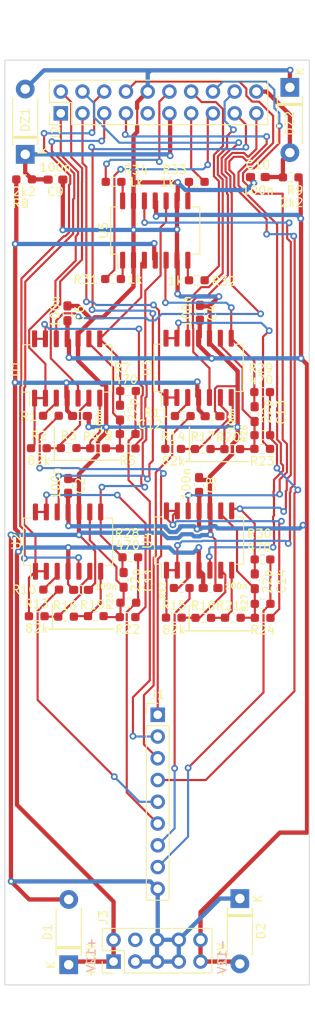
<source format=kicad_pcb>
(kicad_pcb (version 20211014) (generator pcbnew)
  (layers (0 "F.Cu" signal) (31 "B.Cu" signal) (34 "B.Paste" user) (35 "F.Paste" user) (36 "B.SilkS" user "B.Silkscreen") (37 "F.SilkS" user "F.Silkscreen") (38 "B.Mask" user) (39 "F.Mask" user) (44 "Edge.Cuts" user))
  (net 0 "")
  (net 1 "Net-(R19-Pad2)")
  (net 2 "/LED1")
  (net 3 "Net-(R4-Pad2)")
  (net 4 "Net-(R20-Pad2)")
  (net 5 "Net-(R21-Pad2)")
  (net 6 "+5V")
  (net 7 "GND")
  (net 8 "-5V")
  (net 9 "/IN1")
  (net 10 "/IN3")
  (net 11 "/IN2")
  (net 12 "/IN4")
  (net 13 "/OUT1")
  (net 14 "/OUT2")
  (net 15 "/OUT3")
  (net 16 "/OUT4")
  (net 17 "Net-(R1-Pad2)")
  (net 18 "/GAIN1IN")
  (net 19 "Net-(R2-Pad2)")
  (net 20 "Net-(R3-Pad2)")
  (net 21 "Net-(R5-Pad1)")
  (net 22 "+12V")
  (net 23 "-12V")
  (net 24 "Net-(R10-Pad2)")
  (net 25 "Net-(R11-Pad2)")
  (net 26 "Net-(R12-Pad2)")
  (net 27 "/GAIN1OUT")
  (net 28 "Net-(R13-Pad2)")
  (net 29 "/GAIN2IN")
  (net 30 "Net-(R14-Pad2)")
  (net 31 "/GAIN2OUT")
  (net 32 "Net-(R15-Pad2)")
  (net 33 "Net-(R16-Pad2)")
  (net 34 "Net-(R17-Pad2)")
  (net 35 "Net-(R18-Pad2)")
  (net 36 "Net-(R22-Pad1)")
  (net 37 "Net-(R23-Pad1)")
  (net 38 "Net-(R24-Pad1)")
  (net 39 "/GAIN3IN")
  (net 40 "/GAIN3OUT")
  (net 41 "/GAIN4IN")
  (net 42 "/GAIN4OUT")
  (net 44 "/OFFSET4")
  (net 45 "/OFFSET3")
  (net 46 "/OFFSET2")
  (net 47 "/LED3")
  (net 48 "/LED2")
  (net 49 "/LED4")
  (net 50 "/OFFSET1")
  (net 51 "Net-(R31-Pad1)")
  (net 52 "Net-(R32-Pad1)")
  (net 53 "Net-(R33-Pad1)")
  (net 54 "Net-(R34-Pad1)")
  (net 55 "/LEDSIG1")
  (net 56 "/LEDSIG3")
  (net 57 "/LEDSIG2")
  (net 58 "/LEDSIG4")
  (footprint "Diode_THT:D_DO-41_SOD81_P7.62mm_Horizontal" (layer "F.Cu") (at 110.6 137.225 -90)
    (fp_text reference "D2")
    (fp_text value "1N4007")
  )
  (footprint "Package_SO:SO-14_5.3x10.2mm_P1.27mm" (layer "F.Cu") (at 90.42 75.35 90)
    (fp_text reference "U1")
    (fp_text value "LM324")
  )
  (footprint "Package_SO:SO-14_5.3x10.2mm_P1.27mm" (layer "F.Cu") (at 90.525 95.561 90)
    (fp_text reference "U2")
    (fp_text value "LM324")
  )
  (footprint "Diode_THT:D_DO-41_SOD81_P7.62mm_Horizontal" (layer "F.Cu") (at 116.44 42.54 -90)
    (fp_text reference "DZ2")
    (fp_text value "5V")
  )
  (footprint "Capacitor_SMD:C_0603_1608Metric_Pad1.08x0.95mm_HandSolder" (layer "F.Cu") (at 105.83 88.955 -90)
    (fp_text reference "C8")
    (fp_text value "100n")
  )
  (footprint "Resistor_SMD:R_0603_1608Metric_Pad0.98x0.95mm_HandSolder" (layer "F.Cu") (at 94.03 84.67)
    (fp_text reference "R4")
    (fp_text value "82k")
  )
  (footprint "Capacitor_SMD:C_0603_1608Metric_Pad1.08x0.95mm_HandSolder" (layer "F.Cu") (at 97.015 100.03 90)
    (fp_text reference "C11")
    (fp_text value "22pF")
  )
  (footprint "Capacitor_SMD:C_0603_1608Metric_Pad1.08x0.95mm_HandSolder" (layer "F.Cu") (at 91.915 80.895)
    (fp_text reference "C5")
    (fp_text value "100n")
  )
  (footprint "Capacitor_SMD:C_0603_1608Metric_Pad1.08x0.95mm_HandSolder" (layer "F.Cu") (at 112.319 80.682 90)
    (fp_text reference "C13")
    (fp_text value "22pF")
  )
  (footprint "Resistor_SMD:R_0603_1608Metric_Pad0.98x0.95mm_HandSolder" (layer "F.Cu") (at 113.211 84.737 180)
    (fp_text reference "R23")
    (fp_text value "82k")
  )
  (footprint "Capacitor_SMD:C_0603_1608Metric_Pad1.08x0.95mm_HandSolder" (layer "F.Cu") (at 107.405 80.925)
    (fp_text reference "C1")
    (fp_text value "100n")
  )
  (footprint "Resistor_SMD:R_0603_1608Metric_Pad0.98x0.95mm_HandSolder" (layer "F.Cu") (at 116.54 53.045)
    (fp_text reference "R9")
    (fp_text value "2k2")
  )
  (footprint "Capacitor_SMD:C_0603_1608Metric_Pad1.08x0.95mm_HandSolder" (layer "F.Cu") (at 90.535 89.055 -90)
    (fp_text reference "C2")
    (fp_text value "100n")
  )
  (footprint "Resistor_SMD:R_0603_1608Metric_Pad0.98x0.95mm_HandSolder" (layer "F.Cu") (at 88.52 80.87 180)
    (fp_text reference "R1")
    (fp_text value "82k")
  )
  (footprint "Package_SO:SO-14_5.3x10.2mm_P1.27mm" (layer "F.Cu") (at 100.71 59.25 90)
    (fp_text reference "U5")
    (fp_text value "LM324")
  )
  (footprint "Resistor_SMD:R_0603_1608Metric_Pad0.98x0.95mm_HandSolder" (layer "F.Cu") (at 88.55 101.16 180)
    (fp_text reference "R10")
    (fp_text value "82k")
  )
  (footprint "Resistor_SMD:R_0603_1608Metric_Pad0.98x0.95mm_HandSolder" (layer "F.Cu") (at 106.264 84.752)
    (fp_text reference "R17")
    (fp_text value "82k")
  )
  (footprint "Resistor_SMD:R_0603_1608Metric_Pad0.98x0.95mm_HandSolder" (layer "F.Cu") (at 97.795 97.395)
    (fp_text reference "R28")
    (fp_text value "470")
  )
  (footprint "Connector_PinHeader_2.54mm:PinHeader_1x09_P2.54mm_Vertical" (layer "F.Cu") (at 101 115.77)
    (fp_text reference "J1")
    (fp_text value "Conn_01x09")
  )
  (footprint "Resistor_SMD:R_0603_1608Metric_Pad0.98x0.95mm_HandSolder" (layer "F.Cu") (at 90.29 104.32)
    (fp_text reference "R16")
    (fp_text value "82k")
  )
  (footprint "Resistor_SMD:R_0603_1608Metric_Pad0.98x0.95mm_HandSolder" (layer "F.Cu") (at 85.39 53.28)
    (fp_text reference "R8")
    (fp_text value "2k2")
  )
  (footprint "Resistor_SMD:R_0603_1608Metric_Pad0.98x0.95mm_HandSolder" (layer "F.Cu") (at 113.26 104.46 180)
    (fp_text reference "R24")
    (fp_text value "82k")
  )
  (footprint "Resistor_SMD:R_0603_1608Metric_Pad0.98x0.95mm_HandSolder" (layer "F.Cu") (at 103.923 80.902 180)
    (fp_text reference "R11")
    (fp_text value "82k")
  )
  (footprint "Capacitor_SMD:C_0603_1608Metric_Pad1.08x0.95mm_HandSolder" (layer "F.Cu") (at 90.455 68.915 -90)
    (fp_text reference "C6")
    (fp_text value "100n")
  )
  (footprint "Resistor_SMD:R_0603_1608Metric_Pad0.98x0.95mm_HandSolder" (layer "F.Cu") (at 95.84 53.57 180)
    (fp_text reference "R34")
    (fp_text value "1k")
  )
  (footprint "Resistor_SMD:R_0603_1608Metric_Pad0.98x0.95mm_HandSolder" (layer "F.Cu") (at 102.804 84.74)
    (fp_text reference "R14")
    (fp_text value "82k")
  )
  (footprint "Resistor_SMD:R_0603_1608Metric_Pad0.98x0.95mm_HandSolder" (layer "F.Cu") (at 113.255 102.825)
    (fp_text reference "R27")
    (fp_text value "82k")
  )
  (footprint "Connector_PinHeader_2.54mm:PinHeader_2x05_P2.54mm_Vertical" (layer "F.Cu") (at 95.84 144.58 90)
    (fp_text reference "J3")
    (fp_text value "Conn_02x05_Odd_Even")
  )
  (footprint "Resistor_SMD:R_0603_1608Metric_Pad0.98x0.95mm_HandSolder" (layer "F.Cu") (at 97.49 83)
    (fp_text reference "R6")
    (fp_text value "82k")
  )
  (footprint "Capacitor_SMD:C_0603_1608Metric_Pad1.08x0.95mm_HandSolder" (layer "F.Cu") (at 112.7 53.01)
    (fp_text reference "C10")
    (fp_text value "100n")
  )
  (footprint "Capacitor_SMD:C_0603_1608Metric_Pad1.08x0.95mm_HandSolder" (layer "F.Cu") (at 89.05 53.305 180)
    (fp_text reference "C9")
    (fp_text value "100n")
  )
  (footprint "Capacitor_SMD:C_0603_1608Metric_Pad1.08x0.95mm_HandSolder" (layer "F.Cu") (at 112.34 100.195 90)
    (fp_text reference "C14")
    (fp_text value "22pF")
  )
  (footprint "Capacitor_SMD:C_0603_1608Metric_Pad1.08x0.95mm_HandSolder" (layer "F.Cu") (at 105.935 68.845 -90)
    (fp_text reference "C4")
    (fp_text value "100n")
  )
  (footprint "Resistor_SMD:R_0603_1608Metric_Pad0.98x0.95mm_HandSolder" (layer "F.Cu") (at 109.708 84.764)
    (fp_text reference "R20")
    (fp_text value "82k")
  )
  (footprint "Resistor_SMD:R_0603_1608Metric_Pad0.98x0.95mm_HandSolder" (layer "F.Cu") (at 97.48 104.375 180)
    (fp_text reference "R22")
    (fp_text value "82k")
  )
  (footprint "Resistor_SMD:R_0603_1608Metric_Pad0.98x0.95mm_HandSolder" (layer "F.Cu") (at 95.78 64.91 180)
    (fp_text reference "R31")
    (fp_text value "1k")
  )
  (footprint "Package_SO:SO-14_5.3x10.2mm_P1.27mm" (layer "F.Cu") (at 105.83 95.435 90)
    (fp_text reference "U4")
    (fp_text value "LM324")
  )
  (footprint "Diode_THT:D_DO-41_SOD81_P7.62mm_Horizontal" (layer "F.Cu") (at 90.6 144.95 90)
    (fp_text reference "D1")
    (fp_text value "1N4007")
  )
  (footprint "Capacitor_SMD:C_0603_1608Metric_Pad1.08x0.95mm_HandSolder" (layer "F.Cu") (at 92.04 101.19)
    (fp_text reference "C7")
    (fp_text value "100n")
  )
  (footprint "Resistor_SMD:R_0603_1608Metric_Pad0.98x0.95mm_HandSolder" (layer "F.Cu") (at 105.57 65.06)
    (fp_text reference "R32")
    (fp_text value "1k")
  )
  (footprint "Resistor_SMD:R_0603_1608Metric_Pad0.98x0.95mm_HandSolder" (layer "F.Cu") (at 113.202 78.106)
    (fp_text reference "R29")
    (fp_text value "470")
  )
  (footprint "Resistor_SMD:R_0603_1608Metric_Pad0.98x0.95mm_HandSolder" (layer "F.Cu") (at 97.565 102.69)
    (fp_text reference "R25")
    (fp_text value "82k")
  )
  (footprint "Capacitor_SMD:C_0603_1608Metric_Pad1.08x0.95mm_HandSolder" (layer "F.Cu") (at 107.175 100.98)
    (fp_text reference "C3")
    (fp_text value "100n")
  )
  (footprint "Connector_PinHeader_2.54mm:PinHeader_2x10_P2.54mm_Vertical" (layer "F.Cu") (at 89.67 45.57 90)
    (fp_text reference "J2")
    (fp_text value "Conn_02x10_Counter_Clockwise")
  )
  (footprint "Resistor_SMD:R_0603_1608Metric_Pad0.98x0.95mm_HandSolder" (layer "F.Cu") (at 103.805 100.975 180)
    (fp_text reference "R12")
    (fp_text value "82k")
  )
  (footprint "Resistor_SMD:R_0603_1608Metric_Pad0.98x0.95mm_HandSolder" (layer "F.Cu") (at 86.865 104.27)
    (fp_text reference "R13")
    (fp_text value "82k")
  )
  (footprint "Package_SO:SO-14_5.3x10.2mm_P1.27mm" (layer "F.Cu") (at 105.778 75.278 90)
    (fp_text reference "U3")
    (fp_text value "LM324")
  )
  (footprint "Resistor_SMD:R_0603_1608Metric_Pad0.98x0.95mm_HandSolder" (layer "F.Cu") (at 106.325 104.455)
    (fp_text reference "R18")
    (fp_text value "82k")
  )
  (footprint "Resistor_SMD:R_0603_1608Metric_Pad0.98x0.95mm_HandSolder" (layer "F.Cu") (at 105.56 53.57)
    (fp_text reference "R33")
    (fp_text value "1k")
  )
  (footprint "Resistor_SMD:R_0603_1608Metric_Pad0.98x0.95mm_HandSolder" (layer "F.Cu") (at 87.11 84.66)
    (fp_text reference "R2")
    (fp_text value "82k")
  )
  (footprint "Resistor_SMD:R_0603_1608Metric_Pad0.98x0.95mm_HandSolder" (layer "F.Cu") (at 97.49 84.69 180)
    (fp_text reference "R5")
    (fp_text value "82k")
  )
  (footprint "Resistor_SMD:R_0603_1608Metric_Pad0.98x0.95mm_HandSolder" (layer "F.Cu") (at 93.765 104.26)
    (fp_text reference "R19")
    (fp_text value "82k")
  )
  (footprint "Resistor_SMD:R_0603_1608Metric_Pad0.98x0.95mm_HandSolder" (layer "F.Cu") (at 109.775 104.445)
    (fp_text reference "R21")
    (fp_text value "82k")
  )
  (footprint "Resistor_SMD:R_0603_1608Metric_Pad0.98x0.95mm_HandSolder" (layer "F.Cu") (at 102.88 104.44)
    (fp_text reference "R15")
    (fp_text value "82k")
  )
  (footprint "Resistor_SMD:R_0603_1608Metric_Pad0.98x0.95mm_HandSolder" (layer "F.Cu") (at 113.224 83.135)
    (fp_text reference "R26")
    (fp_text value "82k")
  )
  (footprint "Resistor_SMD:R_0603_1608Metric_Pad0.98x0.95mm_HandSolder" (layer "F.Cu") (at 97.53 77.98)
    (fp_text reference "R7")
    (fp_text value "470")
  )
  (footprint "Resistor_SMD:R_0603_1608Metric_Pad0.98x0.95mm_HandSolder" (layer "F.Cu") (at 90.59 84.64)
    (fp_text reference "R3")
    (fp_text value "82k")
  )
  (footprint "Capacitor_SMD:C_0603_1608Metric_Pad1.08x0.95mm_HandSolder" (layer "F.Cu") (at 96.59 80.51 90)
    (fp_text reference "C12")
    (fp_text value "22pF")
  )
  (footprint "Resistor_SMD:R_0603_1608Metric_Pad0.98x0.95mm_HandSolder" (layer "F.Cu") (at 113.245 97.64)
    (fp_text reference "R30")
    (fp_text value "470")
  )
  (footprint "Diode_THT:D_DO-41_SOD81_P7.62mm_Horizontal" (layer "F.Cu") (at 85.52 50.36 90)
    (fp_text reference "DZ1")
    (fp_text value "5V")
  )
  (gr_line (start 88.4 86.075) (end 96.5 86.05) (layer "F.SilkS") (width 0.15))
  (gr_line (start 104.15 105.975) (end 111.825 105.975) (layer "F.SilkS") (width 0.15))
  (gr_line (start 88.7 105.775) (end 88.7 102.75) (layer "F.SilkS") (width 0.15))
  (gr_line (start 104.7 86.225) (end 104.7 82.2) (layer "F.SilkS") (width 0.15))
  (gr_line (start 88.175 105.775) (end 95.85 105.775) (layer "F.SilkS") (width 0.15))
  (gr_line (start 104.675 105.975) (end 104.675 102.95) (layer "F.SilkS") (width 0.15))
  (gr_line (start 104.175 86.225) (end 111.625 86.225) (layer "F.SilkS") (width 0.15))
  (gr_line (start 88.925 86.075) (end 88.925 82.05) (layer "F.SilkS") (width 0.15))
  (gr_rect (start 83.14 147.305) (end 118.7 39.355) (layer "Edge.Cuts") (width 0.1) (fill none))
  (gr_text "+12V" (at 93.225 143.815 90) (layer "B.SilkS") (effects (font (size 1 1)) (justify mirror)))
  (gr_text "-12V" (at 108.54 144.015 90) (layer "B.SilkS") (effects (font (size 1 1)) (justify mirror)))
  (gr_text "22p" (at 113.725 80.35 90) (layer "F.SilkS") (effects (font (size 1 1))))
  (gr_text "-12V" (at 108.54 144.39 90) (layer "F.SilkS") (effects (font (size 1 1))))
  (gr_text "22p" (at 98.075 80.2 90) (layer "F.SilkS") (effects (font (size 1 1))))
  (gr_text "22p" (at 98.4 100.075 90) (layer "F.SilkS") (effects (font (size 1 1))))
  (gr_text "22p" (at 113.8 100.225 90) (layer "F.SilkS") (effects (font (size 1 1))))
  (gr_text "+12V" (at 93.15 144.44 90) (layer "F.SilkS") (effects (font (size 1 1))))
  (segment (start 96.5675 104.375) (end 94.7925 104.375) (width 0.25) (layer "F.Cu") (net 1))
  (segment (start 97.015 102.3275) (end 96.6525 102.69) (width 0.25) (layer "F.Cu") (net 1))
  (segment (start 93.065 92.0985) (end 93.065 95.40431) (width 0.25) (layer "F.Cu") (net 1))
  (segment (start 93.065 95.40431) (end 96.175 98.51431) (width 0.25) (layer "F.Cu") (net 1))
  (segment (start 96.6525 104.29) (end 96.5675 104.375) (width 0.25) (layer "F.Cu") (net 1))
  (segment (start 96.6525 102.69) (end 96.6525 104.29) (width 0.25) (layer "F.Cu") (net 1))
  (segment (start 94.7925 104.375) (end 94.6775 104.26) (width 0.25) (layer "F.Cu") (net 1))
  (segment (start 96.175 98.51431) (end 96.175 100.0525) (width 0.25) (layer "F.Cu") (net 1))
  (segment (start 96.175 100.0525) (end 97.015 100.8925) (width 0.25) (layer "F.Cu") (net 1))
  (segment (start 97.015 100.8925) (end 97.015 102.3275) (width 0.25) (layer "F.Cu") (net 1))
  (segment (start 107.45 45.57) (end 106.848494 46.171506) (width 0.25) (layer "F.Cu") (net 2))
  (segment (start 95.94 63.8375) (end 95.94 55.54) (width 0.25) (layer "F.Cu") (net 2))
  (segment (start 95.94 52.835) (end 96.675 52.1) (width 0.25) (layer "F.Cu") (net 2))
  (segment (start 106.848494 46.171506) (end 106.848494 51.575) (width 0.25) (layer "F.Cu") (net 2))
  (segment (start 94.8675 64.91) (end 95.94 63.8375) (width 0.25) (layer "F.Cu") (net 2))
  (segment (start 95.94 55.54) (end 95.94 52.835) (width 0.25) (layer "F.Cu") (net 2))
  (via (at 96.675 52.1) (size 0.8) (drill 0.4) (layers "F.Cu" "B.Cu") (net 2))
  (via (at 106.848494 51.575) (size 0.8) (drill 0.4) (layers "F.Cu" "B.Cu") (net 2))
  (segment (start 106.323494 52.1) (end 106.848494 51.575) (width 0.25) (layer "B.Cu") (net 2))
  (segment (start 96.675 52.1) (end 106.323494 52.1) (width 0.25) (layer "B.Cu") (net 2))
  (segment (start 94.9425 84.67) (end 96.5575 84.67) (width 0.25) (layer "F.Cu") (net 3))
  (segment (start 92.96 72.4) (end 92.96 71.8875) (width 0.25) (layer "F.Cu") (net 3))
  (segment (start 96.59 81.3725) (end 95.79 80.5725) (width 0.25) (layer "F.Cu") (net 3))
  (segment (start 96.59 82.9875) (end 96.5775 83) (width 0.25) (layer "F.Cu") (net 3))
  (segment (start 95.79 75.23) (end 92.96 72.4) (width 0.25) (layer "F.Cu") (net 3))
  (segment (start 96.5575 84.67) (end 96.5775 84.69) (width 0.25) (layer "F.Cu") (net 3))
  (segment (start 96.5775 84.69) (end 96.5775 83) (width 0.25) (layer "F.Cu") (net 3))
  (segment (start 96.59 81.3725) (end 96.59 82.9875) (width 0.25) (layer "F.Cu") (net 3))
  (segment (start 95.79 80.5725) (end 95.79 75.23) (width 0.25) (layer "F.Cu") (net 3))
  (segment (start 110.918504 75.293504) (end 108.318 72.693) (width 0.25) (layer "F.Cu") (net 4))
  (segment (start 112.2985 84.737) (end 112.2985 83.148) (width 0.25) (layer "F.Cu") (net 4))
  (segment (start 112.319 81.5445) (end 110.918504 80.144004) (width 0.25) (layer "F.Cu") (net 4))
  (segment (start 112.2715 84.764) (end 112.2985 84.737) (width 0.25) (layer "F.Cu") (net 4))
  (segment (start 110.918504 80.144004) (end 110.918504 75.293504) (width 0.25) (layer "F.Cu") (net 4))
  (segment (start 112.3115 83.135) (end 112.3115 81.552) (width 0.25) (layer "F.Cu") (net 4))
  (segment (start 112.3115 81.552) (end 112.319 81.5445) (width 0.25) (layer "F.Cu") (net 4))
  (segment (start 110.6205 84.764) (end 112.2715 84.764) (width 0.25) (layer "F.Cu") (net 4))
  (segment (start 108.318 72.693) (end 108.318 71.8155) (width 0.25) (layer "F.Cu") (net 4))
  (segment (start 112.2985 83.148) (end 112.3115 83.135) (width 0.25) (layer "F.Cu") (net 4))
  (segment (start 108.37 92.361751) (end 108.37 91.9725) (width 0.25) (layer "F.Cu") (net 5))
  (segment (start 110.265 94.256751) (end 108.37 92.361751) (width 0.25) (layer "F.Cu") (net 5))
  (segment (start 110.265 98.9825) (end 110.265 94.256751) (width 0.25) (layer "F.Cu") (net 5))
  (segment (start 110.6875 104.445) (end 112.3325 104.445) (width 0.25) (layer "F.Cu") (net 5))
  (segment (start 112.3425 101.06) (end 112.34 101.0575) (width 0.25) (layer "F.Cu") (net 5))
  (segment (start 112.3425 102.825) (end 112.3425 101.06) (width 0.25) (layer "F.Cu") (net 5))
  (segment (start 112.3475 102.83) (end 112.3425 102.825) (width 0.25) (layer "F.Cu") (net 5))
  (segment (start 112.34 101.0575) (end 110.265 98.9825) (width 0.25) (layer "F.Cu") (net 5))
  (segment (start 112.3325 104.445) (end 112.3475 104.46) (width 0.25) (layer "F.Cu") (net 5))
  (segment (start 112.3475 104.46) (end 112.3475 102.83) (width 0.25) (layer "F.Cu") (net 5))
  (segment (start 86.3025 53.28) (end 88.1625 53.28) (width 0.5) (layer "F.Cu") (net 6))
  (segment (start 102.45 45.65) (end 102.37 45.57) (width 0.5) (layer "F.Cu") (net 6))
  (segment (start 88.1625 53.28) (end 88.1875 53.305) (width 0.5) (layer "F.Cu") (net 6))
  (segment (start 85.52 50.36) (end 85.52 52.4975) (width 0.5) (layer "F.Cu") (net 6))
  (segment (start 85.52 52.4975) (end 86.3025 53.28) (width 0.5) (layer "F.Cu") (net 6))
  (segment (start 102.45 50.525) (end 102.45 45.65) (width 0.5) (layer "F.Cu") (net 6))
  (via (at 102.45 50.525) (size 0.8) (drill 0.4) (layers "F.Cu" "B.Cu") (net 6))
  (segment (start 102.285 50.36) (end 102.45 50.525) (width 0.5) (layer "B.Cu") (net 6))
  (segment (start 85.52 50.36) (end 102.285 50.36) (width 0.5) (layer "B.Cu") (net 6))
  (segment (start 89.9125 53.305) (end 89.9125 59.1775) (width 0.5) (layer "F.Cu") (net 7))
  (segment (start 111.8375 53.292902) (end 112.239128 53.69453) (width 0.5) (layer "F.Cu") (net 7))
  (segment (start 93.69 100.4025) (end 93.69 96.665) (width 0.25) (layer "F.Cu") (net 7))
  (segment (start 94.025 85.45) (end 94.025 84.118435) (width 0.4) (layer "F.Cu") (net 7))
  (segment (start 91.69 71.8875) (end 91.69 71.321472) (width 0.5) (layer "F.Cu") (net 7))
  (segment (start 94.478528 77.225) (end 94.775 77.225) (width 0.5) (layer "F.Cu") (net 7))
  (segment (start 103.325 62.7875) (end 103.25 62.7125) (width 0.5) (layer "F.Cu") (net 7))
  (segment (start 103.25 55.7875) (end 103.25 59.125) (width 0.5) (layer "F.Cu") (net 7))
  (segment (start 98.17 53.7) (end 98.17 48.18) (width 0.5) (layer "F.Cu") (net 7))
  (segment (start 109.723718 85.326282) (end 109.723718 84.233153) (width 0.4) (layer "F.Cu") (net 7))
  (segment (start 105.915 68.0925) (end 107.008 68.0925) (width 0.5) (layer "F.Cu") (net 7))
  (segment (start 99.83 43.03) (end 98.593261 44.266739) (width 0.5) (layer "F.Cu") (net 7))
  (segment (start 107.745 95.330749) (end 107.158995 94.744744) (width 0.25) (layer "F.Cu") (net 7))
  (segment (start 111.8375 53.01) (end 111.8375 53.292902) (width 0.5) (layer "F.Cu") (net 7))
  (segment (start 110.344002 83.565433) (end 109.7 84.209435) (width 0.5) (layer "F.Cu") (net 7))
  (segment (start 93.636972 69.3745) (end 94.6255 69.3745) (width 0.5) (layer "F.Cu") (net 7))
  (segment (start 107.971249 77.428) (end 110.288 77.428) (width 0.25) (layer "F.Cu") (net 7))
  (segment (start 110.338 80.139842) (end 110.344002 80.145845) (width 0.5) (layer "F.Cu") (net 7))
  (segment (start 90.455 68.0525) (end 91.6825 68.0525) (width 0.5) (layer "F.Cu") (net 7))
  (segment (start 98.593261 44.968261) (end 98.6 44.975) (width 0.25) (layer "F.Cu") (net 7))
  (segment (start 89.9125 59.1775) (end 89.91 59.18) (width 0.5) (layer "F.Cu") (net 7))
  (segment (start 98.593261 44.266739) (end 98.593261 44.968261) (width 0.5) (layer "F.Cu") (net 7))
  (segment (start 107.048 68.0525) (end 108.15 66.9505) (width 0.5) (layer "F.Cu") (net 7))
  (segment (start 110.288 77.428) (end 110.338 77.478) (width 0.25) (layer "F.Cu") (net 7))
  (segment (start 107.1 87.95) (end 109.723718 85.326282) (width 0.5) (layer "F.Cu") (net 7))
  (segment (start 98.6 47.75) (end 98.6 47.125) (width 0.5) (layer "F.Cu") (net 7))
  (segment (start 110.344002 80.145845) (end 110.344002 83.565433) (width 0.5) (layer "F.Cu") (net 7))
  (segment (start 109.723718 84.233153) (end 109.7 84.209435) (width 0.4) (layer "F.Cu") (net 7))
  (segment (start 91.795 88.225) (end 91.795 87.68) (width 0.5) (layer "F.Cu") (net 7))
  (segment (start 94.025 83.775) (end 94.025 84.118435) (width 0.5) (layer "F.Cu") (net 7))
  (segment (start 83.875 135.225) (end 85.98 137.33) (width 0.5) (layer "F.Cu") (net 7))
  (segment (start 91.795 94.77) (end 91.8 94.775) (width 0.5) (layer "F.Cu") (net 7))
  (segment (start 91.795 87.68) (end 94.025 85.45) (width 0.5) (layer "F.Cu") (net 7))
  (segment (start 98.17 48.18) (end 98.6 47.75) (width 0.5) (layer "F.Cu") (net 7))
  (segment (start 91.6275 88.3925) (end 91.795 88.225) (width 0.5) (layer "F.Cu") (net 7))
  (segment (start 107.048 72.381528) (end 110.338 75.671528) (width 0.5) (layer "F.Cu") (net 7))
  (segment (start 103.325 66.65) (end 103.325 62.7875) (width 0.5) (layer "F.Cu") (net 7))
  (segment (start 92.94 82.17) (end 92.94 81.0575) (width 0.5) (layer "F.Cu") (net 7))
  (segment (start 94.775 77.225) (end 94.98 77.43) (width 0.5) (layer "F.Cu") (net 7))
  (segment (start 91.69 71.8875) (end 91.69 74.436472) (width 0.5) (layer "F.Cu") (net 7))
  (segment (start 103.34 53.63) (end 103.34 55.6975) (width 0.5) (layer "F.Cu") (net 7))
  (segment (start 98.17 55.7875) (end 98.17 53.7) (width 0.5) (layer "F.Cu") (net 7))
  (segment (start 107.048 71.8155) (end 107.048 68.0525) (width 0.5) (layer "F.Cu") (net 7))
  (segment (start 110.338 75.671528) (end 110.338 77.478) (width 0.5) (layer "F.Cu") (net 7))
  (segment (start 94.98 77.43) (end 94.98 82.82) (width 0.5) (layer "F.Cu") (net 7))
  (segment (start 85.98 137.33) (end 90.6 137.33) (width 0.5) (layer "F.Cu") (net 7))
  (segment (start 91.69 71.321472) (end 93.320736 69.690736) (width 0.5) (layer "F.Cu") (net 7))
  (segment (start 91.795 92.0985) (end 91.795 88.225) (width 0.5) (layer "F.Cu") (net 7))
  (segment (start 107.745 100.6875) (end 107.745 95.330749) (width 0.25) (layer "F.Cu") (net 7))
  (segment (start 93.320736 69.690736) (end 93.636972 69.3745) (width 0.5) (layer "F.Cu") (net 7))
  (segment (start 83.85 94.775) (end 83.85 126.575) (width 0.5) (layer "F.Cu") (net 7))
  (segment (start 107.1 91.9725) (end 107.158995 92.031495) (width 0.5) (layer "F.Cu") (net 7))
  (segment (start 83.85 135.2) (end 83.875 135.225) (width 0.5) (layer "F.Cu") (net 7))
  (segment (start 94.6255 69.3745) (end 98.17 65.83) (width 0.5) (layer "F.Cu") (net 7))
  (segment (start 107.69 77.709249) (end 107.971249 77.428) (width 0.25) (layer "F.Cu") (net 7))
  (segment (start 107.158995 92.031495) (end 107.158995 94.744744) (width 0.5) (layer "F.Cu") (net 7))
  (segment (start 116.44 40.56) (end 116.475 40.525) (width 0.5) (layer "F.Cu") (net 7))
  (segment (start 107.048 71.8155) (end 107.048 72.381528) (width 0.5) (layer "F.Cu") (net 7))
  (segment (start 107.1 88.72) (end 107.1 87.95) (width 0.5) (layer "F.Cu") (net 7))
  (segment (start 107.008 68.0925) (end 107.048 68.0525) (width 0.5) (layer "F.Cu") (net 7))
  (segment (start 91.6825 68.0525) (end 93.320736 69.690736) (width 0.5) (layer "F.Cu") (net 7))
  (segment (start 116.44 42.54) (end 116.44 40.56) (width 0.5) (layer "F.Cu") (net 7))
  (segment (start 98.17 62.7125) (end 98.17 59.17) (width 0.5) (layer "F.Cu") (net 7))
  (segment (start 103.25 59.125) (end 103.25 62.7125) (width 0.5) (layer "F.Cu") (net 7))
  (segment (start 98.24 53.63) (end 98.17 53.7) (width 0.5) (layer "F.Cu") (net 7))
  (segment (start 106.7425 88.3625) (end 107.1 88.72) (width 0.5) (layer "F.Cu") (net 7))
  (segment (start 92.94 81.0575) (end 92.7775 80.895) (width 0.5) (layer "F.Cu") (net 7))
  (segment (start 98.17 65.83) (end 98.17 62.7125) (width 0.5) (layer "F.Cu") (net 7))
  (segment (start 83.85 126.575) (end 83.85 135.2) (width 0.5) (layer "F.Cu") (net 7))
  (segment (start 103.34 55.6975) (end 103.25 55.7875) (width 0.5) (layer "F.Cu") (net 7))
  (segment (start 107.69 80.3475) (end 107.69 77.709249) (width 0.25) (layer "F.Cu") (net 7))
  (segment (start 91.795 92.0985) (end 91.795 94.77) (width 0.5) (layer "F.Cu") (net 7))
  (segment (start 98.17 59.17) (end 98.17 55.7875) (width 0.5) (layer "F.Cu") (net 7))
  (segment (start 92.9025 101.19) (end 93.69 100.4025) (width 0.25) (layer "F.Cu") (net 7))
  (segment (start 108.0375 100.98) (end 107.745 100.6875) (width 0.25) (layer "F.Cu") (net 7))
  (segment (start 93.69 96.665) (end 91.8 94.775) (width 0.25) (layer "F.Cu") (net 7))
  (segment (start 94.98 82.82) (end 94.025 83.775) (width 0.5) (layer "F.Cu") (net 7))
  (segment (start 98.6 44.975) (end 98.6 47.125) (width 0.25) (layer "F.Cu") (net 7))
  (segment (start 103.34 53.63) (end 98.24 53.63) (width 0.5) (layer "F.Cu") (net 7))
  (segment (start 108.2675 80.925) (end 107.69 80.3475) (width 0.25) (layer "F.Cu") (net 7))
  (segment (start 91.69 74.436472) (end 94.478528 77.225) (width 0.5) (layer "F.Cu") (net 7))
  (segment (start 90.515 88.3925) (end 91.6275 88.3925) (width 0.5) (layer "F.Cu") (net 7))
  (segment (start 110.338 77.478) (end 110.338 80.139842) (width 0.5) (layer "F.Cu") (net 7))
  (segment (start 107.1 91.9725) (end 107.1 88.72) (width 0.5) (layer "F.Cu") (net 7))
  (segment (start 105.85 88.3625) (end 106.7425 88.3625) (width 0.5) (layer "F.Cu") (net 7))
  (via (at 112.239128 53.69453) (size 0.8) (drill 0.4) (layers "F.Cu" "B.Cu") (net 7))
  (via (at 103.325 66.65) (size 0.8) (drill 0.4) (layers "F.Cu" "B.Cu") (net 7))
  (via (at 116.475 40.525) (size 0.8) (drill 0.4) (layers "F.Cu" "B.Cu") (net 7))
  (via (at 98.17 59.17) (size 0.8) (drill 0.4) (layers "F.Cu" "B.Cu") (net 7))
  (via (at 92.94 82.17) (size 0.8) (drill 0.4) (layers "F.Cu" "B.Cu") (net 7))
  (via (at 83.85 94.775) (size 0.8) (drill 0.4) (layers "F.Cu" "B.Cu") (net 7))
  (via (at 110.325 82.2) (size 0.8) (drill 0.4) (layers "F.Cu" "B.Cu") (net 7))
  (via (at 103.25 59.125) (size 0.8) (drill 0.4) (layers "F.Cu" "B.Cu") (net 7))
  (via (at 89.91 59.18) (size 0.8) (drill 0.4) (layers "F.Cu" "B.Cu") (net 7))
  (via (at 107.158995 94.744744) (size 0.8) (drill 0.4) (layers "F.Cu" "B.Cu") (net 7))
  (via (at 94.98 82.195) (size 0.8) (drill 0.4) (layers "F.Cu" "B.Cu") (net 7))
  (via (at 103.34 53.63) (size 0.8) (drill 0.4) (layers "F.Cu" "B.Cu") (net 7))
  (via (at 83.875 135.225) (size 0.8) (drill 0.4) (layers "F.Cu" "B.Cu") (net 7))
  (via (at 108.15 66.9505) (size 0.8) (drill 0.4) (layers "F.Cu" "B.Cu") (net 7))
  (via (at 91.8 94.775) (size 0.8) (drill 0.4) (layers "F.Cu" "B.Cu") (net 7))
  (segment (start 100.92 142.04) (end 103.46 142.04) (width 0.5) (layer "B.Cu") (net 7))
  (segment (start 101 141.96) (end 100.92 142.04) (width 0.5) (layer "B.Cu") (net 7))
  (segment (start 99.83 40.895) (end 99.83 43.03) (width 0.5) (layer "B.Cu") (net 7))
  (segment (start 110.32 82.195) (end 110.325 82.2) (width 0.4) (layer "B.Cu") (net 7))
  (segment (start 100.375 40.55) (end 87.71 40.55) (width 0.5) (layer "B.Cu") (net 7))
  (segment (start 98.1745 59.1745) (end 103.2005 59.1745) (width 0.5) (layer "B.Cu") (net 7))
  (segment (start 111.413658 54.52) (end 112.239128 53.69453) (width 0.5) (layer "B.Cu") (net 7))
  (segment (start 92.965 82.195) (end 92.94 82.17) (width 0.5) (layer "B.Cu") (net 7))
  (segment (start 107.104952 94.798787) (end 107.158995 94.744744) (width 0.5) (layer "B.Cu") (net 7))
  (segment (start 98.16 59.18) (end 98.17 59.17) (width 0.5) (layer "B.Cu") (net 7))
  (segment (start 103.6255 66.9505) (end 103.325 66.65) (width 0.5) (layer "B.Cu") (net 7))
  (segment (start 116.475 40.525) (end 116.45 40.55) (width 0.5) (layer "B.Cu") (net 7))
  (segment (start 100.135 135.225) (end 101 136.09) (width 0.5) (layer "B.Cu") (net 7))
  (segment (start 106.094494 94.798787) (end 107.104952 94.798787) (width 0.5) (layer "B.Cu") (net 7))
  (segment (start 92.05 94.525) (end 101.509381 94.525) (width 0.5) (layer "B.Cu") (net 7))
  (segment (start 108.15 66.9505) (end 103.6255 66.9505) (width 0.5) (layer "B.Cu") (net 7))
  (segment (start 94.98 82.195) (end 92.965 82.195) (width 0.5) (layer "B.Cu") (net 7))
  (segment (start 103.416618 95.149001) (end 103.866617 94.699002) (width 0.5) (layer "B.Cu") (net 7))
  (segment (start 98.17 59.17) (end 98.1745 59.1745) (width 0.5) (layer "B.Cu") (net 7))
  (segment (start 102.133382 95.149001) (end 103.416618 95.149001) (width 0.5) (layer "B.Cu") (net 7))
  (segment (start 116.45 40.55) (end 100.375 40.55) (width 0.5) (layer "B.Cu") (net 7))
  (segment (start 89.91 59.18) (end 98.16 59.18) (width 0.5) (layer "B.Cu") (net 7))
  (segment (start 100.92 144.58) (end 98.38 144.58) (width 0.5) (layer "B.Cu") (net 7))
  (segment (start 108.275 137.225) (end 103.46 142.04) (width 0.5) (layer "B.Cu") (net 7))
  (segment (start 94.98 82.195) (end 110.32 82.195) (width 0.4) (layer "B.Cu") (net 7))
  (segment (start 103.46 142.04) (end 103.46 144.58) (width 0.5) (layer "B.Cu") (net 7))
  (segment (start 100.375 40.55) (end 100.175 40.55) (width 0.5) (layer "B.Cu") (net 7))
  (segment (start 103.866617 94.699002) (end 104.990961 94.699002) (width 0.5) (layer "B.Cu") (net 7))
  (segment (start 104.990961 94.699002) (end 105.240745 94.948786) (width 0.5) (layer "B.Cu") (net 7))
  (segment (start 101.509381 94.525) (end 102.133382 95.149001) (width 0.5) (layer "B.Cu") (net 7))
  (segment (start 87.71 40.55) (end 85.52 42.74) (width 0.5) (layer "B.Cu") (net 7))
  (segment (start 91.8 94.775) (end 83.85 94.775) (width 0.5) (layer "B.Cu") (net 7))
  (segment (start 91.8 94.775) (end 92.05 94.525) (width 0.5) (layer "B.Cu") (net 7))
  (segment (start 104.23 54.52) (end 111.413658 54.52) (width 0.5) (layer "B.Cu") (net 7))
  (segment (start 100.175 40.55) (end 99.83 40.895) (width 0.5) (layer "B.Cu") (net 7))
  (segment (start 103.2005 59.1745) (end 103.25 59.125) (width 0.5) (layer "B.Cu") (net 7))
  (segment (start 83.875 135.225) (end 100.135 135.225) (width 0.5) (layer "B.Cu") (net 7))
  (segment (start 105.240745 94.948786) (end 105.944495 94.948786) (width 0.5) (layer "B.Cu") (net 7))
  (segment (start 110.6 137.225) (end 108.275 137.225) (width 0.5) (layer "B.Cu") (net 7))
  (segment (start 105.944495 94.948786) (end 106.094494 94.798787) (width 0.5) (layer "B.Cu") (net 7))
  (segment (start 103.46 144.58) (end 100.92 144.58) (width 0.5) (layer "B.Cu") (net 7))
  (segment (start 103.34 53.63) (end 104.23 54.52) (width 0.5) (layer "B.Cu") (net 7))
  (segment (start 100.92 144.58) (end 100.92 142.04) (width 0.5) (layer "B.Cu") (net 7))
  (segment (start 101 136.09) (end 101 141.96) (width 0.5) (layer "B.Cu") (net 7))
  (segment (start 113.732081 43.03) (end 112.53 43.03) (width 0.5) (layer "F.Cu") (net 8))
  (segment (start 115.6275 53.045) (end 115.6275 50.9725) (width 0.5) (layer "F.Cu") (net 8))
  (segment (start 116.44 45.737919) (end 113.732081 43.03) (width 0.5) (layer "F.Cu") (net 8))
  (segment (start 115.6275 50.9725) (end 116.44 50.16) (width 0.5) (layer "F.Cu") (net 8))
  (segment (start 113.5625 53.01) (end 115.5925 53.01) (width 0.5) (layer "F.Cu") (net 8))
  (segment (start 116.44 50.16) (end 116.44 45.737919) (width 0.5) (layer "F.Cu") (net 8))
  (segment (start 115.5925 53.01) (end 115.6275 53.045) (width 0.5) (layer "F.Cu") (net 8))
  (segment (start 101 115.77) (end 101 97.62138) (width 0.25) (layer "F.Cu") (net 9))
  (segment (start 101.399002 93.010753) (end 101.395 93.006751) (width 0.25) (layer "F.Cu") (net 9))
  (segment (start 89.4325 80.87) (end 87.21 83.0925) (width 0.25) (layer "F.Cu") (net 9))
  (segment (start 101.395 87.879598) (end 101.664549 87.610049) (width 0.25) (layer "F.Cu") (net 9))
  (segment (start 101.399002 97.222378) (end 101.399002 93.010753) (width 0.25) (layer "F.Cu") (net 9))
  (segment (start 101.395 93.006751) (end 101.395 87.879598) (width 0.25) (layer "F.Cu") (net 9))
  (segment (start 101 97.62138) (end 101.399002 97.222378) (width 0.25) (layer "F.Cu") (net 9))
  (segment (start 87.21 83.0925) (end 87.21 86.98) (width 0.25) (layer "F.Cu") (net 9))
  (via (at 87.21 86.98) (size 0.8) (drill 0.4) (layers "F.Cu" "B.Cu") (net 9))
  (via (at 101.664549 87.610049) (size 0.8) (drill 0.4) (layers "F.Cu" "B.Cu") (net 9))
  (segment (start 91.77 86.98) (end 91.887549 87.097549) (width 0.25) (layer "B.Cu") (net 9))
  (segment (start 87.21 86.98) (end 91.77 86.98) (width 0.25) (layer "B.Cu") (net 9))
  (segment (start 101.152049 87.097549) (end 101.664549 87.610049) (width 0.25) (layer "B.Cu") (net 9))
  (segment (start 91.887549 87.097549) (end 101.152049 87.097549) (width 0.25) (layer "B.Cu") (net 9))
  (segment (start 86.965 114.04) (end 95.925 123) (width 0.25) (layer "F.Cu") (net 10))
  (segment (start 89.4625 101.16) (end 86.965 103.6575) (width 0.25) (layer "F.Cu") (net 10))
  (segment (start 86.965 103.6575) (end 86.965 114.04) (width 0.25) (layer "F.Cu") (net 10))
  (via (at 95.925 123) (size 0.8) (drill 0.4) (layers "F.Cu" "B.Cu") (net 10))
  (segment (start 98.855 125.93) (end 101 125.93) (width 0.25) (layer "B.Cu") (net 10))
  (segment (start 95.925 123) (end 98.855 125.93) (width 0.25) (layer "B.Cu") (net 10))
  (segment (start 100.524501 97.461189) (end 100.524501 112.350499) (width 0.25) (layer "F.Cu") (net 11))
  (segment (start 100.524501 112.350499) (end 99.3875 113.4875) (width 0.25) (layer "F.Cu") (net 11))
  (segment (start 102.704 83.0335) (end 102.704 85.546) (width 0.25) (layer "F.Cu") (net 11))
  (segment (start 100.774501 87.475499) (end 100.774501 97.211189) (width 0.25) (layer "F.Cu") (net 11))
  (segment (start 102.704 85.546) (end 100.774501 87.475499) (width 0.25) (layer "F.Cu") (net 11))
  (segment (start 104.8355 80.902) (end 102.704 83.0335) (width 0.25) (layer "F.Cu") (net 11))
  (segment (start 99.3875 113.4875) (end 99.3875 119.2375) (width 0.25) (layer "F.Cu") (net 11))
  (segment (start 99.3875 119.2375) (end 101 120.85) (width 0.25) (layer "F.Cu") (net 11))
  (segment (start 100.774501 97.211189) (end 100.524501 97.461189) (width 0.25) (layer "F.Cu") (net 11))
  (segment (start 104.7175 100.975) (end 104.7175 102.232005) (width 0.25) (layer "F.Cu") (net 12))
  (segment (start 104.7175 102.232005) (end 102.975 103.974505) (width 0.25) (layer "F.Cu") (net 12))
  (segment (start 102.975 103.974505) (end 102.975 122.025) (width 0.25) (layer "F.Cu") (net 12))
  (via (at 102.975 122.025) (size 0.8) (drill 0.4) (layers "F.Cu" "B.Cu") (net 12))
  (segment (start 102.975 129.035) (end 101 131.01) (width 0.25) (layer "B.Cu") (net 12))
  (segment (start 102.975 122.025) (end 102.975 129.035) (width 0.25) (layer "B.Cu") (net 12))
  (segment (start 98.1045 113.73119) (end 98.1045 118.272563) (width 0.25) (layer "F.Cu") (net 13))
  (segment (start 98.4025 83) (end 98.4025 78.02) (width 0.25) (layer "F.Cu") (net 13))
  (segment (start 97.59 83.8125) (end 97.59 88.39) (width 0.25) (layer "F.Cu") (net 13))
  (segment (start 97.59 88.39) (end 100.075 90.875) (width 0.25) (layer "F.Cu") (net 13))
  (segment (start 98.4025 83) (end 97.59 83.8125) (width 0.25) (layer "F.Cu") (net 13))
  (segment (start 100.075 111.76069) (end 98.1045 113.73119) (width 0.25) (layer "F.Cu") (net 13))
  (segment (start 98.4025 78.02) (end 98.4425 77.98) (width 0.25) (layer "F.Cu") (net 13))
  (segment (start 100.075 90.875) (end 100.075 111.76069) (width 0.25) (layer "F.Cu") (net 13))
  (via (at 98.1045 118.272563) (size 0.8) (drill 0.4) (layers "F.Cu" "B.Cu") (net 13))
  (segment (start 101 118.31) (end 98.141937 118.31) (width 0.25) (layer "B.Cu") (net 13))
  (segment (start 98.141937 118.31) (end 98.1045 118.272563) (width 0.25) (layer "B.Cu") (net 13))
  (segment (start 116.974 89.926) (end 116.974 113.026) (width 0.25) (layer "F.Cu") (net 14))
  (segment (start 114.1145 78.106) (end 114.1145 83.113) (width 0.25) (layer "F.Cu") (net 14))
  (segment (start 114.936 86.964) (end 114.925 86.975) (width 0.25) (layer "F.Cu") (net 14))
  (segment (start 114.1145 83.113) (end 114.1365 83.135) (width 0.25) (layer "F.Cu") (net 14))
  (segment (start 106.61 123.39) (end 101 123.39) (width 0.25) (layer "F.Cu") (net 14))
  (segment (start 114.1365 83.135) (end 114.1365 83.467005) (width 0.25) (layer "F.Cu") (net 14))
  (segment (start 114.936 85.186) (end 114.936 86.964) (width 0.25) (layer "F.Cu") (net 14))
  (segment (start 114.1365 83.467005) (end 114.936 84.266505) (width 0.25) (layer "F.Cu") (net 14))
  (segment (start 114.936 84.266505) (end 114.936 85.186) (width 0.25) (layer "F.Cu") (net 14))
  (segment (start 117.375 89.525) (end 116.974 89.926) (width 0.25) (layer "F.Cu") (net 14))
  (segment (start 116.974 113.026) (end 106.61 123.39) (width 0.25) (layer "F.Cu") (net 14))
  (via (at 117.375 89.525) (size 0.8) (drill 0.4) (layers "F.Cu" "B.Cu") (net 14))
  (via (at 114.925 86.975) (size 0.8) (drill 0.4) (layers "F.Cu" "B.Cu") (net 14))
  (segment (start 114.925 86.975) (end 114.925 87.075) (width 0.25) (layer "B.Cu") (net 14))
  (segment (start 114.925 87.075) (end 117.375 89.525) (width 0.25) (layer "B.Cu") (net 14))
  (segment (start 97.38 124.85) (end 101 128.47) (width 0.25) (layer "F.Cu") (net 15))
  (segment (start 97.38 103.7875) (end 97.38 111.745) (width 0.25) (layer "F.Cu") (net 15))
  (segment (start 98.7075 97.395) (end 98.7075 102.46) (width 0.25) (layer "F.Cu") (net 15))
  (segment (start 97.38 111.745) (end 97.38 124.85) (width 0.25) (layer "F.Cu") (net 15))
  (segment (start 98.7075 102.46) (end 98.4775 102.69) (width 0.25) (layer "F.Cu") (net 15))
  (segment (start 98.4775 102.69) (end 97.38 103.7875) (width 0.25) (layer "F.Cu") (net 15))
  (segment (start 113.36 103.6325) (end 113.36 113.165) (width 0.25) (layer "F.Cu") (net 16))
  (segment (start 114.1675 97.65) (end 114.1575 97.64) (width 0.25) (layer "F.Cu") (net 16))
  (segment (start 114.1675 102.825) (end 114.1675 97.65) (width 0.25) (layer "F.Cu") (net 16))
  (segment (start 113.36 113.165) (end 104.55 121.975) (width 0.25) (layer "F.Cu") (net 16))
  (segment (start 114.1675 102.825) (end 113.36 103.6325) (width 0.25) (layer "F.Cu") (net 16))
  (via (at 104.55 121.975) (size 0.8) (drill 0.4) (layers "F.Cu" "B.Cu") (net 16))
  (segment (start 104.55 130) (end 101 133.55) (width 0.25) (layer "B.Cu") (net 16))
  (segment (start 104.55 121.975) (end 104.55 130) (width 0.25) (layer "B.Cu") (net 16))
  (segment (start 89.15 78.8125) (end 89.15 79.3275) (width 0.25) (layer "F.Cu") (net 17))
  (segment (start 89.15 79.3275) (end 87.6075 80.87) (width 0.25) (layer "F.Cu") (net 17))
  (segment (start 87.361624 74.298376) (end 85.98 72.916752) (width 0.25) (layer "F.Cu") (net 18))
  (segment (start 89.67 45.57) (end 89.67 50.38862) (width 0.25) (layer "F.Cu") (net 18))
  (segment (start 89.05 65.12) (end 89.05 67.788249) (width 0.25) (layer "F.Cu") (net 18))
  (segment (start 87.88 74.816751) (end 87.361624 74.298376) (width 0.25) (layer "F.Cu") (net 18))
  (segment (start 91.533502 59.792476) (end 91.533502 59.852476) (width 0.25) (layer "F.Cu") (net 18))
  (segment (start 91.699002 59.626976) (end 91.533502 59.792476) (width 0.25) (layer "F.Cu") (net 18))
  (segment (start 86.61 78.8125) (end 86.61 84.2475) (width 0.25) (layer "F.Cu") (net 18))
  (segment (start 87.88 78.8125) (end 87.88 74.816751) (width 0.25) (layer "F.Cu") (net 18))
  (segment (start 86.61 84.2475) (end 86.1975 84.66) (width 0.25) (layer "F.Cu") (net 18))
  (segment (start 85.985 70.853249) (end 85.985 72.921751) (width 0.25) (layer "F.Cu") (net 18))
  (segment (start 91.699002 52.417622) (end 91.699002 59.626976) (width 0.25) (layer "F.Cu") (net 18))
  (segment (start 91.419501 62.750499) (end 89.05 65.12) (width 0.25) (layer "F.Cu") (net 18))
  (segment (start 86.61 78.8125) (end 87.88 78.8125) (width 0.25) (layer "F.Cu") (net 18))
  (segment (start 89.67 50.38862) (end 91.699002 52.417622) (width 0.25) (layer "F.Cu") (net 18))
  (segment (start 89.05 67.788249) (end 85.985 70.853249) (width 0.25) (layer "F.Cu") (net 18))
  (segment (start 91.419501 59.966477) (end 91.419501 62.750499) (width 0.25) (layer "F.Cu") (net 18))
  (segment (start 91.533502 59.852476) (end 91.419501 59.966477) (width 0.25) (layer "F.Cu") (net 18))
  (segment (start 89.6575 84.66) (end 89.6775 84.64) (width 0.25) (layer "F.Cu") (net 19))
  (segment (start 88.0225 84.66) (end 89.6575 84.66) (width 0.25) (layer "F.Cu") (net 19))
  (segment (start 92.96 79.201751) (end 92.96 78.8125) (width 0.25) (layer "F.Cu") (net 19))
  (segment (start 89.6775 84.64) (end 89.6775 84.1825) (width 0.25) (layer "F.Cu") (net 19))
  (segment (start 91.915 80.246751) (end 92.96 79.201751) (width 0.25) (layer "F.Cu") (net 19))
  (segment (start 89.6775 84.1825) (end 91.915 81.945) (width 0.25) (layer "F.Cu") (net 19))
  (segment (start 91.915 81.945) (end 91.915 80.246751) (width 0.25) (layer "F.Cu") (net 19))
  (segment (start 93.1175 83.870032) (end 94.23 82.757532) (width 0.25) (layer "F.Cu") (net 20))
  (segment (start 93.1175 84.67) (end 93.1175 83.870032) (width 0.25) (layer "F.Cu") (net 20))
  (segment (start 91.5025 84.64) (end 93.0875 84.64) (width 0.25) (layer "F.Cu") (net 20))
  (segment (start 94.23 82.757532) (end 94.23 78.8125) (width 0.25) (layer "F.Cu") (net 20))
  (segment (start 93.0875 84.64) (end 93.1175 84.67) (width 0.25) (layer "F.Cu") (net 20))
  (segment (start 99.100499 78.604996) (end 99.255 78.450495) (width 0.25) (layer "F.Cu") (net 21))
  (segment (start 87.88 70.290895) (end 87.7805 70.191395) (width 0.25) (layer "F.Cu") (net 21))
  (segment (start 86.61 71.8875) (end 87.88 71.8875) (width 0.25) (layer "F.Cu") (net 21))
  (segment (start 99.215 82.529505) (end 99.100499 82.415004) (width 0.25) (layer "F.Cu") (net 21))
  (segment (start 98.4025 84.282995) (end 99.215 83.470495) (width 0.25) (layer "F.Cu") (net 21))
  (segment (start 99.100499 82.415004) (end 99.100499 78.604996) (width 0.25) (layer "F.Cu") (net 21))
  (segment (start 98.8005 77.055005) (end 98.8005 70.728984) (width 0.25) (layer "F.Cu") (net 21))
  (segment (start 99.255 78.450495) (end 99.255 77.509505) (width 0.25) (layer "F.Cu") (net 21))
  (segment (start 99.255 77.509505) (end 98.8005 77.055005) (width 0.25) (layer "F.Cu") (net 21))
  (segment (start 98.4025 84.69) (end 98.4025 84.282995) (width 0.25) (layer "F.Cu") (net 21))
  (segment (start 99.215 83.470495) (end 99.215 82.529505) (width 0.25) (layer "F.Cu") (net 21))
  (segment (start 87.88 71.8875) (end 87.88 70.290895) (width 0.25) (layer "F.Cu") (net 21))
  (via (at 98.8005 70.728984) (size 0.8) (drill 0.4) (layers "F.Cu" "B.Cu") (net 21))
  (via (at 87.7805 70.191395) (size 0.8) (drill 0.4) (layers "F.Cu" "B.Cu") (net 21))
  (segment (start 88.318089 70.728984) (end 87.7805 70.191395) (width 0.25) (layer "B.Cu") (net 21))
  (segment (start 98.8005 70.728984) (end 88.318089 70.728984) (width 0.25) (layer "B.Cu") (net 21))
  (segment (start 106.5425 80.925) (end 105.778 80.1605) (width 0.5) (layer "F.Cu") (net 22))
  (segment (start 84.549501 96.8936) (end 84.724293 96.718808) (width 0.5) (layer "F.Cu") (net 22))
  (segment (start 105.778 80.1605) (end 105.778 78.7405) (width 0.5) (layer "F.Cu") (net 22))
  (segment (start 84.35 76.96) (end 84.35 60.82) (width 0.5) (layer "F.Cu") (net 22))
  (segment (start 100.59 60.74) (end 100.59 62.5925) (width 0.5) (layer "F.Cu") (net 22))
  (segment (start 95.84 144.58) (end 90.97 144.58) (width 0.5) (layer "F.Cu") (net 22))
  (segment (start 90.55 98.9985) (end 90.525 99.0235) (width 0.5) (layer "F.Cu") (net 22))
  (segment (start 100.59 62.5925) (end 100.71 62.7125) (width 0.5) (layer "F.Cu") (net 22))
  (segment (start 105.83 98.8975) (end 105.8 98.8675) (width 0.5) (layer "F.Cu") (net 22))
  (segment (start 95.84 137.575756) (end 84.549501 126.285257) (width 0.5) (layer "F.Cu") (net 22))
  (segment (start 105.8 98.8675) (end 105.8 96.247787) (width 0.5) (layer "F.Cu") (net 22))
  (segment (start 91.0525 80.895) (end 90.42 80.2625) (width 0.5) (layer "F.Cu") (net 22))
  (segment (start 95.84 142.04) (end 95.84 144.58) (width 0.5) (layer "F.Cu") (net 22))
  (segment (start 84.4775 53.28) (end 84.4775 60.6925) (width 0.5) (layer "F.Cu") (net 22))
  (segment (start 84.549501 126.285257) (end 84.549501 96.8936) (width 0.5) (layer "F.Cu") (net 22))
  (segment (start 90.42 80.2625) (end 90.42 78.8125) (width 0.5) (layer "F.Cu") (net 22))
  (segment (start 95.84 142.04) (end 95.84 137.575756) (width 0.5) (layer "F.Cu") (net 22))
  (segment (start 90.329325 77.020675) (end 90.329325 78.721825) (width 0.5) (layer "F.Cu") (net 22))
  (segment (start 84.6995 96.694015) (end 84.724293 96.718808) (width 0.5) (layer "F.Cu") (net 22))
  (segment (start 90.329325 77.589325) (end 90.329325 77.020675) (width 0.5) (layer "F.Cu") (net 22))
  (segment (start 84.6995 94.423125) (end 84.6995 96.694015) (width 0.5) (layer "F.Cu") (net 22))
  (segment (start 84.33 94.053625) (end 84.6995 94.423125) (width 0.5) (layer "F.Cu") (net 22))
  (segment (start 84.33 76.98) (end 84.33 94.053625) (width 0.5) (layer "F.Cu") (net 22))
  (segment (start 105.625 76.9) (end 105.625 78.5875) (width 0.5) (layer "F.Cu") (net 22))
  (segment (start 84.35 60.82) (end 84.4775 60.6925) (width 0.5) (layer "F.Cu") (net 22))
  (segment (start 90.525 100.5375) (end 91.1775 101.19) (width 0.25) (layer "F.Cu") (net 22))
  (segment (start 84.33 76.98) (end 84.35 76.96) (width 0.5) (layer "F.Cu") (net 22))
  (segment (start 105.625 78.5875) (end 105.778 78.7405) (width 0.5) (layer "F.Cu") (net 22))
  (segment (start 90.55 96.25) (end 90.55 98.9985) (width 0.5) (layer "F.Cu") (net 22))
  (segment (start 106.3125 99.38) (end 105.83 98.8975) (width 0.5) (layer "F.Cu") (net 22))
  (segment (start 90.525 99.0235) (end 90.525 100.5375) (width 0.25) (layer "F.Cu") (net 22))
  (segment (start 106.3125 100.98) (end 106.3125 99.38) (width 0.5) (layer "F.Cu") (net 22))
  (segment (start 90.329325 78.721825) (end 90.42 78.8125) (width 0.5) (layer "F.Cu") (net 22))
  (segment (start 90.97 144.58) (end 90.6 144.95) (width 0.5) (layer "F.Cu") (net 22))
  (via (at 90.55 96.25) (size 0.8) (drill 0.4) (layers "F.Cu" "B.Cu") (net 22))
  (via (at 84.35 60.82) (size 0.8) (drill 0.4) (layers "F.Cu" "B.Cu") (net 22))
  (via (at 84.724293 96.718808) (size 0.8) (drill 0.4) (layers "F.Cu" "B.Cu") (net 22))
  (via (at 100.59 60.74) (size 0.8) (drill 0.4) (layers "F.Cu" "B.Cu") (net 22))
  (via (at 84.33 76.98) (size 0.8) (drill 0.4) (layers "F.Cu" "B.Cu") (net 22))
  (via (at 105.625 76.9) (size 0.8) (drill 0.4) (layers "F.Cu" "B.Cu") (net 22))
  (via (at 105.8 96.247787) (size 0.8) (drill 0.4) (layers "F.Cu" "B.Cu") (net 22))
  (via (at 90.329325 77.020675) (size 0.8) (drill 0.4) (layers "F.Cu" "B.Cu") (net 22))
  (segment (start 105.504325 77.020675) (end 105.625 76.9) (width 0.5) (layer "B.Cu") (net 22))
  (segment (start 105.199786 96.848001) (end 105.8 96.247787) (width 0.5) (layer "B.Cu") (net 22))
  (segment (start 85.193101 96.25) (end 84.724293 96.718808) (width 0.5) (layer "B.Cu") (net 22))
  (segment (start 102.359114 96.25) (end 102.957115 96.848001) (width 0.5) (layer "B.Cu") (net 22))
  (segment (start 84.370675 77.020675) (end 84.33 76.98) (width 0.5) (layer "B.Cu") (net 22))
  (segment (start 90.329325 77.020675) (end 105.504325 77.020675) (width 0.5) (layer "B.Cu") (net 22))
  (segment (start 84.35 60.82) (end 100.51 60.82) (width 0.5) (layer "B.Cu") (net 22))
  (segment (start 102.957115 96.848001) (end 105.199786 96.848001) (width 0.5) (layer "B.Cu") (net 22))
  (segment (start 90.329325 77.020675) (end 84.370675 77.020675) (width 0.5) (layer "B.Cu") (net 22))
  (segment (start 90.55 96.25) (end 102.359114 96.25) (width 0.5) (layer "B.Cu") (net 22))
  (segment (start 90.55 96.25) (end 85.193101 96.25) (width 0.5) (layer "B.Cu") (net 22))
  (segment (start 100.51 60.82) (end 100.59 60.74) (width 0.5) (layer "B.Cu") (net 22))
  (segment (start 100.81 57.6) (end 100.81 55.8875) (width 0.5) (layer "F.Cu") (net 23))
  (segment (start 117.74 74.17) (end 118.4495 74.8795) (width 0.5) (layer "F.Cu") (net 23))
  (segment (start 117.71 57.85) (end 117.7495 57.8895) (width 0.5) (layer "F.Cu") (net 23))
  (segment (start 90.455 69.7775) (end 90.455 71.8525) (width 0.5) (layer "F.Cu") (net 23))
  (segment (start 90.455 71.8525) (end 90.42 71.8875) (width 0.5) (layer "F.Cu") (net 23))
  (segment (start 106 144.58) (end 110.335 144.58) (width 0.5) (layer "F.Cu") (net 23))
  (segment (start 105.915 69.8175) (end 105.915 71.6785) (width 0.5) (layer "F.Cu") (net 23))
  (segment (start 105.915 71.6785) (end 105.778 71.8155) (width 0.5) (layer "F.Cu") (net 23))
  (segment (start 118.4495 129.5255) (end 115.273081 129.5255) (width 0.5) (layer "F.Cu") (net 23))
  (segment (start 106 138.798581) (end 106 142.04) (width 0.5) (layer "F.Cu") (net 23))
  (segment (start 117.7495 74.1605) (end 117.74 74.17) (width 0.5) (layer "F.Cu") (net 23))
  (segment (start 105.778 72.643) (end 105.778 71.8155) (width 0.5) (layer "F.Cu") (net 23))
  (segment (start 107.305 74.17) (end 105.778 72.643) (width 0.5) (layer "F.Cu") (net 23))
  (segment (start 110.335 144.58) (end 110.6 144.845) (width 0.5) (layer "F.Cu") (net 23))
  (segment (start 90.525 90.1275) (end 90.515 90.1175) (width 0.5) (layer "F.Cu") (net 23))
  (segment (start 117.71 53.3025) (end 117.4525 53.045) (width 0.5) (layer "F.Cu") (net 23))
  (segment (start 105.85 90.0875) (end 105.85 91.9525) (width 0.5) (layer "F.Cu") (net 23))
  (segment (start 90.575 92.1485) (end 90.525 92.0985) (width 0.5) (layer "F.Cu") (net 23))
  (segment (start 90.63 72.0975) (end 90.42 71.8875) (width 0.5) (layer "F.Cu") (net 23))
  (segment (start 117.7495 57.8895) (end 117.7495 74.1605) (width 0.5) (layer "F.Cu") (net 23))
  (segment (start 118.4495 74.8795) (end 118.4495 129.5255) (width 0.5) (layer "F.Cu") (net 23))
  (segment (start 115.273081 129.5255) (end 106 138.798581) (width 0.5) (layer "F.Cu") (net 23))
  (segment (start 105.83 93.861906) (end 105.59262 94.099286) (width 0.5) (layer "F.Cu") (net 23))
  (segment (start 106 142.04) (end 106 144.58) (width 0.5) (layer "F.Cu") (net 23))
  (segment (start 100.81 55.8875) (end 100.71 55.7875) (width 0.5) (layer "F.Cu") (net 23))
  (segment (start 90.575 93.725) (end 90.575 92.1485) (width 0.5) (layer "F.Cu") (net 23))
  (segment (start 90.63 74.08) (end 90.63 72.0975) (width 0.5) (layer "F.Cu") (net 23))
  (segment (start 105.85 91.9525) (end 105.83 91.9725) (width 0.5) (layer "F.Cu") (net 23))
  (segment (start 117.71 57.85) (end 117.71 53.3025) (width 0.5) (layer "F.Cu") (net 23))
  (segment (start 105.83 91.9725) (end 105.83 93.861906) (width 0.5) (layer "F.Cu") (net 23))
  (segment (start 90.525 92.0985) (end 90.525 90.1275) (width 0.5) (layer "F.Cu") (net 23))
  (via (at 117.74 74.17) (size 0.8) (drill 0.4) (layers "F.Cu" "B.Cu") (net 23))
  (via (at 117.71 57.85) (size 0.8) (drill 0.4) (layers "F.Cu" "B.Cu") (net 23))
  (via (at 105.59262 94.099286) (size 0.8) (drill 0.4) (layers "F.Cu" "B.Cu") (net 23))
  (via (at 100.81 57.6) (size 0.8) (drill 0.4) (layers "F.Cu" "B.Cu") (net 23))
  (via (at 107.305 74.17) (size 0.8) (drill 0.4) (layers "F.Cu" "B.Cu") (net 23))
  (via (at 90.63 74.08) (size 0.8) (drill 0.4) (layers "F.Cu" "B.Cu") (net 23))
  (via (at 117.9745 93.64) (size 0.8) (drill 0.4) (layers "F.Cu" "B.Cu") (net 23))
  (via (at 90.575 93.725) (size 0.8) (drill 0.4) (layers "F.Cu" "B.Cu") (net 23))
  (segment (start 107.162967 93.874501) (end 106.987967 93.874501) (width 0.5) (layer "B.Cu") (net 23))
  (segment (start 106.937967 93.924501) (end 106.162033 93.924501) (width 0.5) (layer "B.Cu") (net 23))
  (segment (start 103.6245 93.951875) (end 103.6245 93.774501) (width 0.5) (layer "B.Cu") (net 23))
  (segment (start 101.9255 93.951875) (end 102.423125 94.4495) (width 0.5) (layer "B.Cu") (net 23))
  (segment (start 100.9845 57.4255) (end 100.81 57.6) (width 0.5) (layer "B.Cu") (net 23))
  (segment (start 106.987967 93.874501) (end 106.937967 93.924501) (width 0.5) (layer "B.Cu") (net 23))
  (segment (start 103.6245 93.774501) (end 105.267835 93.774501) (width 0.5) (layer "B.Cu") (net 23))
  (segment (start 108.012033 94.0245) (end 107.737034 93.749501) (width 0.5) (layer "B.Cu") (net 23))
  (segment (start 107.312967 93.849501) (end 107.187967 93.849501) (width 0.5) (layer "B.Cu") (net 23))
  (segment (start 90.575 93.725) (end 90.624501 93.774501) (width 0.5) (layer "B.Cu") (net 23))
  (segment (start 117.71 57.85) (end 117.2855 57.4255) (width 0.5) (layer "B.Cu") (net 23))
  (segment (start 103.126875 94.4495) (end 103.6245 93.951875) (width 0.5) (layer "B.Cu") (net 23))
  (segment (start 105.267835 93.774501) (end 105.59262 94.099286) (width 0.5) (layer "B.Cu") (net 23))
  (segment (start 107.187967 93.849501) (end 107.162967 93.874501) (width 0.5) (layer "B.Cu") (net 23))
  (segment (start 107.737034 93.749501) (end 107.512967 93.749501) (width 0.5) (layer "B.Cu") (net 23))
  (segment (start 106.162033 93.924501) (end 105.987248 94.099286) (width 0.5) (layer "B.Cu") (net 23))
  (segment (start 90.624501 93.774501) (end 101.9255 93.774501) (width 0.5) (layer "B.Cu") (net 23))
  (segment (start 90.72 74.17) (end 117.74 74.17) (width 0.5) (layer "B.Cu") (net 23))
  (segment (start 117.2855 57.4255) (end 100.9845 57.4255) (width 0.5) (layer "B.Cu") (net 23))
  (segment (start 107.462967 93.799501) (end 107.362967 93.799501) (width 0.5) (layer "B.Cu") (net 23))
  (segment (start 107.362967 93.799501) (end 107.312967 93.849501) (width 0.5) (layer "B.Cu") (net 23))
  (segment (start 107.512967 93.749501) (end 107.462967 93.799501) (width 0.5) (layer "B.Cu") (net 23))
  (segment (start 102.423125 94.4495) (end 103.126875 94.4495) (width 0.5) (layer "B.Cu") (net 23))
  (segment (start 90.63 74.08) (end 90.72 74.17) (width 0.5) (layer "B.Cu") (net 23))
  (segment (start 117.59 94.0245) (end 108.012033 94.0245) (width 0.5) (layer "B.Cu") (net 23))
  (segment (start 101.9255 93.774501) (end 101.9255 93.951875) (width 0.5) (layer "B.Cu") (net 23))
  (segment (start 105.987248 94.099286) (end 105.59262 94.099286) (width 0.5) (layer "B.Cu") (net 23))
  (segment (start 117.9745 93.64) (end 117.59 94.0245) (width 0.5) (layer "B.Cu") (net 23))
  (segment (start 89.255 99.5425) (end 87.6375 101.16) (width 0.25) (layer "F.Cu") (net 24))
  (segment (start 89.255 99.0235) (end 89.255 99.5425) (width 0.25) (layer "F.Cu") (net 24))
  (segment (start 103.0105 80.902) (end 104.508 79.4045) (width 0.25) (layer "F.Cu") (net 25))
  (segment (start 104.508 79.4045) (end 104.508 78.7405) (width 0.25) (layer "F.Cu") (net 25))
  (segment (start 104.56 99.849505) (end 103.434505 100.975) (width 0.25) (layer "F.Cu") (net 26))
  (segment (start 103.434505 100.975) (end 102.8925 100.975) (width 0.25) (layer "F.Cu") (net 26))
  (segment (start 104.56 98.8975) (end 104.56 99.849505) (width 0.25) (layer "F.Cu") (net 26))
  (segment (start 90.889501 44.249501) (end 89.67 43.03) (width 0.25) (layer "F.Cu") (net 27))
  (segment (start 92.168503 51.971433) (end 90.889501 50.692431) (width 0.25) (layer "F.Cu") (net 27))
  (segment (start 91.69 78.8125) (end 91.69 77.356751) (width 0.25) (layer "F.Cu") (net 27))
  (segment (start 92.148503 53.598567) (end 92.168503 53.578567) (width 0.25) (layer "F.Cu") (net 27))
  (segment (start 91.69 77.356751) (end 88.505 74.171751) (width 0.25) (layer "F.Cu") (net 27))
  (segment (start 92.148503 62.657187) (end 92.148503 53.598567) (width 0.25) (layer "F.Cu") (net 27))
  (segment (start 92.168503 53.578567) (end 92.168503 51.971433) (width 0.25) (layer "F.Cu") (net 27))
  (segment (start 90.889501 50.692431) (end 90.889501 44.249501) (width 0.25) (layer "F.Cu") (net 27))
  (segment (start 88.505 68.968939) (end 89.606189 67.86775) (width 0.25) (layer "F.Cu") (net 27))
  (segment (start 89.606189 67.86775) (end 89.606189 65.199501) (width 0.25) (layer "F.Cu") (net 27))
  (segment (start 88.505 74.171751) (end 88.505 68.968939) (width 0.25) (layer "F.Cu") (net 27))
  (segment (start 89.606189 65.199501) (end 92.148503 62.657187) (width 0.25) (layer "F.Cu") (net 27))
  (segment (start 89.3775 104.32) (end 90.315 103.3825) (width 0.25) (layer "F.Cu") (net 28))
  (segment (start 87.8275 104.32) (end 87.7775 104.27) (width 0.25) (layer "F.Cu") (net 28))
  (segment (start 90.315 103.3825) (end 90.317995 103.3825) (width 0.25) (layer "F.Cu") (net 28))
  (segment (start 92.0405 100.6795) (end 93.065 99.655) (width 0.25) (layer "F.Cu") (net 28))
  (segment (start 92.0405 101.659995) (end 92.0405 100.6795) (width 0.25) (layer "F.Cu") (net 28))
  (segment (start 90.317995 103.3825) (end 92.0405 101.659995) (width 0.25) (layer "F.Cu") (net 28))
  (segment (start 93.065 99.655) (end 93.065 99.0235) (width 0.25) (layer "F.Cu") (net 28))
  (segment (start 89.3775 104.32) (end 87.8275 104.32) (width 0.25) (layer "F.Cu") (net 28))
  (segment (start 92.21 51.37724) (end 92.66284 51.83008) (width 0.25) (layer "F.Cu") (net 29))
  (segment (start 101.968 78.7405) (end 103.238 78.7405) (width 0.25) (layer "F.Cu") (net 29))
  (segment (start 92.66284 51.83008) (end 92.66284 67.571465) (width 0.25) (layer "F.Cu") (net 29))
  (segment (start 101.968 78.7405) (end 101.153501 77.926001) (width 0.25) (layer "F.Cu") (net 29))
  (segment (start 92.21 45.57) (end 92.21 51.37724) (width 0.25) (layer "F.Cu") (net 29))
  (segment (start 101.153501 77.926001) (end 101.153501 68.593609) (width 0.25) (layer "F.Cu") (net 29))
  (segment (start 101.153501 68.593609) (end 100.500663 67.940771) (width 0.25) (layer "F.Cu") (net 29))
  (segment (start 101.968 84.6635) (end 101.8915 84.74) (width 0.25) (layer "F.Cu") (net 29))
  (segment (start 101.968 78.7405) (end 101.968 84.6635) (width 0.25) (layer "F.Cu") (net 29))
  (via (at 92.66284 67.571465) (size 0.8) (drill 0.4) (layers "F.Cu" "B.Cu") (net 29))
  (via (at 100.500663 67.940771) (size 0.8) (drill 0.4) (layers "F.Cu" "B.Cu") (net 29))
  (segment (start 93.427439 67.571465) (end 92.66284 67.571465) (width 0.25) (layer "B.Cu") (net 29))
  (segment (start 93.796745 67.940771) (end 93.427439 67.571465) (width 0.25) (layer "B.Cu") (net 29))
  (segment (start 100.500663 67.940771) (end 93.796745 67.940771) (width 0.25) (layer "B.Cu") (net 29))
  (segment (start 108.318 78.7405) (end 108.318 79.642505) (width 0.25) (layer "F.Cu") (net 30))
  (segment (start 109.16 81.37) (end 105.778 84.752) (width 0.25) (layer "F.Cu") (net 30))
  (segment (start 103.7165 84.74) (end 105.3395 84.74) (width 0.25) (layer "F.Cu") (net 30))
  (segment (start 109.16 80.484505) (end 109.16 81.37) (width 0.25) (layer "F.Cu") (net 30))
  (segment (start 105.778 84.752) (end 105.3515 84.752) (width 0.25) (layer "F.Cu") (net 30))
  (segment (start 108.318 79.642505) (end 109.16 80.484505) (width 0.25) (layer "F.Cu") (net 30))
  (segment (start 105.3395 84.74) (end 105.3515 84.752) (width 0.25) (layer "F.Cu") (net 30))
  (segment (start 105.2625 73.5375) (end 105.153 73.428) (width 0.25) (layer "F.Cu") (net 31))
  (segment (start 109.710025 49.741996) (end 110.462497 48.989524) (width 0.25) (layer "F.Cu") (net 31))
  (segment (start 109.091996 54.924756) (end 109.091996 54.784756) (width 0.25) (layer "F.Cu") (net 31))
  (segment (start 109.525244 49.741996) (end 109.710025 49.741996) (width 0.25) (layer "F.Cu") (net 31))
  (segment (start 109.041996 54.524756) (end 109.041996 53.113756) (width 0.25) (layer "F.Cu") (net 31))
  (segment (start 108.471996 52.543756) (end 108.471996 50.795244) (width 0.25) (layer "F.Cu") (net 31))
  (segment (start 109.181996 55.104756) (end 109.181996 55.044756) (width 0.25) (layer "F.Cu") (net 31))
  (segment (start 109.131996 54.964756) (end 109.091996 54.924756) (width 0.25) (layer "F.Cu") (net 31))
  (segment (start 109.061996 54.754756) (end 109.061996 54.544756) (width 0.25) (layer "F.Cu") (net 31))
  (segment (start 109.041996 53.113756) (end 108.471996 52.543756) (width 0.25) (layer "F.Cu") (net 31))
  (segment (start 109.181996 55.044756) (end 109.131996 54.994756) (width 0.25) (layer "F.Cu") (net 31))
  (segment (start 109.131996 54.994756) (end 109.131996 54.964756) (width 0.25) (layer "F.Cu") (net 31))
  (segment (start 105.115 70.665) (end 105.115 67.469505) (width 0.25) (layer "F.Cu") (net 31))
  (segment (start 109.201996 64.473694) (end 109.201996 55.124756) (width 0.25) (layer "F.Cu") (net 31))
  (segment (start 105.775004 66.809501) (end 106.866189 66.809501) (width 0.25) (layer "F.Cu") (net 31))
  (segment (start 105.115 67.469505) (end 105.775004 66.809501) (width 0.25) (layer "F.Cu") (net 31))
  (segment (start 109.061996 54.544756) (end 109.041996 54.524756) (width 0.25) (layer "F.Cu") (net 31))
  (segment (start 109.091996 54.784756) (end 109.061996 54.754756) (width 0.25) (layer "F.Cu") (net 31))
  (segment (start 105.2625 73.5375) (end 105.15 73.425) (width 0.25) (layer "F.Cu") (net 31))
  (segment (start 107.048 75.323) (end 105.2625 73.5375) (width 0.25) (layer "F.Cu") (net 31))
  (segment (start 107.048 78.7405) (end 107.048 75.323) (width 0.25) (layer "F.Cu") (net 31))
  (segment (start 109.201996 55.124756) (end 109.181996 55.104756) (width 0.25) (layer "F.Cu") (net 31))
  (segment (start 105.153 70.703) (end 105.115 70.665) (width 0.25) (layer "F.Cu") (net 31))
  (segment (start 106.866189 66.809501) (end 109.201996 64.473694) (width 0.25) (layer "F.Cu") (net 31))
  (segment (start 105.153 73.428) (end 105.153 70.703) (width 0.25) (layer "F.Cu") (net 31))
  (segment (start 108.471996 50.795244) (end 109.525244 49.741996) (width 0.25) (layer "F.Cu") (net 31))
  (via (at 110.462497 48.989524) (size 0.8) (drill 0.4) (layers "F.Cu" "B.Cu") (net 31))
  (segment (start 93.55 44.37) (end 93.55 46.031701) (width 0.25) (layer "B.Cu") (net 31))
  (segment (start 96.517799 48.9995) (end 110.452521 48.9995) (width 0.25) (layer "B.Cu") (net 31))
  (segment (start 92.21 43.03) (end 93.55 44.37) (width 0.25) (layer "B.Cu") (net 31))
  (segment (start 93.55 46.031701) (end 96.517799 48.9995) (width 0.25) (layer "B.Cu") (net 31))
  (segment (start 110.452521 48.9995) (end 110.462497 48.989524) (width 0.25) (layer "B.Cu") (net 31))
  (segment (start 105.895495 104.455) (end 105.4125 104.455) (width 0.25) (layer "F.Cu") (net 32))
  (segment (start 103.7925 104.44) (end 105.3975 104.44) (width 0.25) (layer "F.Cu") (net 32))
  (segment (start 108.9 99.4275) (end 108.9 101.450495) (width 0.25) (layer "F.Cu") (net 32))
  (segment (start 108.9 101.450495) (end 105.895495 104.455) (width 0.25) (layer "F.Cu") (net 32))
  (segment (start 105.3975 104.44) (end 105.4125 104.455) (width 0.25) (layer "F.Cu") (net 32))
  (segment (start 108.37 98.8975) (end 108.9 99.4275) (width 0.25) (layer "F.Cu") (net 32))
  (segment (start 94.335 102.7775) (end 92.8525 104.26) (width 0.25) (layer "F.Cu") (net 33))
  (segment (start 91.2625 104.26) (end 91.2025 104.32) (width 0.25) (layer "F.Cu") (net 33))
  (segment (start 92.8525 104.26) (end 91.2625 104.26) (width 0.25) (layer "F.Cu") (net 33))
  (segment (start 94.335 99.0235) (end 94.335 102.7775) (width 0.25) (layer "F.Cu") (net 33))
  (segment (start 108.7835 84.752) (end 108.7955 84.764) (width 0.25) (layer "F.Cu") (net 34))
  (segment (start 108.7955 82.37019) (end 109.759501 81.406189) (width 0.25) (layer "F.Cu") (net 34))
  (segment (start 109.759501 78.912001) (end 109.588 78.7405) (width 0.25) (layer "F.Cu") (net 34))
  (segment (start 107.1765 84.752) (end 108.7835 84.752) (width 0.25) (layer "F.Cu") (net 34))
  (segment (start 108.7955 84.764) (end 108.7955 82.37019) (width 0.25) (layer "F.Cu") (net 34))
  (segment (start 109.759501 81.406189) (end 109.759501 78.912001) (width 0.25) (layer "F.Cu") (net 34))
  (segment (start 109.64 103.6675) (end 109.64 98.8975) (width 0.25) (layer "F.Cu") (net 35))
  (segment (start 108.8625 104.445) (end 109.64 103.6675) (width 0.25) (layer "F.Cu") (net 35))
  (segment (start 108.8525 104.455) (end 108.8625 104.445) (width 0.25) (layer "F.Cu") (net 35))
  (segment (start 107.2375 104.455) (end 108.8525 104.455) (width 0.25) (layer "F.Cu") (net 35))
  (segment (start 88 90.1) (end 88 92.0835) (width 0.25) (layer "F.Cu") (net 36))
  (segment (start 98.3925 104.375) (end 99.575 103.1925) (width 0.25) (layer "F.Cu") (net 36))
  (segment (start 99.575 93.425) (end 96.275 90.125) (width 0.25) (layer "F.Cu") (net 36))
  (segment (start 88 92.0835) (end 87.985 92.0985) (width 0.25) (layer "F.Cu") (net 36))
  (segment (start 99.575 103.1925) (end 99.575 93.425) (width 0.25) (layer "F.Cu") (net 36))
  (segment (start 86.715 92.0985) (end 87.985 92.0985) (width 0.25) (layer "F.Cu") (net 36))
  (via (at 88 90.1) (size 0.8) (drill 0.4) (layers "F.Cu" "B.Cu") (net 36))
  (via (at 96.275 90.125) (size 0.8) (drill 0.4) (layers "F.Cu" "B.Cu") (net 36))
  (segment (start 96.275 90.125) (end 88.025 90.125) (width 0.25) (layer "B.Cu") (net 36))
  (segment (start 88.025 90.125) (end 88 90.1) (width 0.25) (layer "B.Cu") (net 36))
  (segment (start 114.1235 84.737) (end 113.302 83.9155) (width 0.25) (layer "F.Cu") (net 37))
  (segment (start 103.425 71.6285) (end 103.238 71.8155) (width 0.25) (layer "F.Cu") (net 37))
  (segment (start 113.302 83.9155) (end 113.302 71.66382) (width 0.25) (layer "F.Cu") (net 37))
  (segment (start 103.425 70.025) (end 103.425 71.6285) (width 0.25) (layer "F.Cu") (net 37))
  (segment (start 103.238 71.8155) (end 101.968 71.8155) (width 0.25) (layer "F.Cu") (net 37))
  (segment (start 113.302 71.66382) (end 114.0255 70.94032) (width 0.25) (layer "F.Cu") (net 37))
  (via (at 114.0255 70.94032) (size 0.8) (drill 0.4) (layers "F.Cu" "B.Cu") (net 37))
  (via (at 103.425 70.025) (size 0.8) (drill 0.4) (layers "F.Cu" "B.Cu") (net 37))
  (segment (start 103.425 70.025) (end 113.11018 70.025) (width 0.25) (layer "B.Cu") (net 37))
  (segment (start 113.11018 70.025) (end 114.0255 70.94032) (width 0.25) (layer "B.Cu") (net 37))
  (segment (start 115.2 93.425) (end 115.45 93.175) (width 0.25) (layer "F.Cu") (net 38))
  (segment (start 115.2 103.4325) (end 115.2 97.7) (width 0.25) (layer "F.Cu") (net 38))
  (segment (start 115.2 97.7) (end 115.2 93.425) (width 0.25) (layer "F.Cu") (net 38))
  (segment (start 114.1725 104.46) (end 115.2 103.4325) (width 0.25) (layer "F.Cu") (net 38))
  (segment (start 102.775 92.4875) (end 103.29 91.9725) (width 0.25) (layer "F.Cu") (net 38))
  (segment (start 103.29 91.9725) (end 102.02 91.9725) (width 0.25) (layer "F.Cu") (net 38))
  (segment (start 102.775 93.6) (end 102.775 92.4875) (width 0.25) (layer "F.Cu") (net 38))
  (segment (start 102.02 91.9725) (end 102.02 92.845) (width 0.25) (layer "F.Cu") (net 38))
  (segment (start 102.02 92.845) (end 102.775 93.6) (width 0.25) (layer "F.Cu") (net 38))
  (via (at 115.45 93.175) (size 0.8) (drill 0.4) (layers "F.Cu" "B.Cu") (net 38))
  (via (at 102.775 93.6) (size 0.8) (drill 0.4) (layers "F.Cu" "B.Cu") (net 38))
  (segment (start 115.45 93.175) (end 103.2 93.175) (width 0.25) (layer "B.Cu") (net 38))
  (segment (start 103.2 93.175) (end 102.775 93.6) (width 0.25) (layer "B.Cu") (net 38))
  (segment (start 91.084001 59.606287) (end 91.114001 59.576287) (width 0.25) (layer "F.Cu") (net 39))
  (segment (start 86.715 99.0235) (end 87.985 99.0235) (width 0.25) (layer "F.Cu") (net 39))
  (segment (start 85.385 93.560467) (end 85.385 77.615) (width 0.25) (layer "F.Cu") (net 39))
  (segment (start 91.249501 55.478657) (end 91.249501 52.603811) (width 0.25) (layer "F.Cu") (net 39))
  (segment (start 85.9525 99.786) (end 85.9525 104.27) (width 0.25) (layer "F.Cu") (net 39))
  (segment (start 94.75 48.5) (end 94.45 48.8) (width 0.25) (layer "F.Cu") (net 39))
  (segment (start 91.114001 59.576287) (end 91.114001 55.614157) (width 0.25) (layer "F.Cu") (net 39))
  (segment (start 91.249501 52.603811) (end 88.625 49.97931) (width 0.25) (layer "F.Cu") (net 39))
  (segment (start 86.715 99.0235) (end 85.9525 99.786) (width 0.25) (layer "F.Cu") (net 39))
  (segment (start 91.084001 59.666287) (end 91.084001 59.606287) (width 0.25) (layer "F.Cu") (net 39))
  (segment (start 85.385 77.615) (end 85.525 77.475) (width 0.25) (layer "F.Cu") (net 39))
  (segment (start 85.525 65.225288) (end 91.084001 59.666287) (width 0.25) (layer "F.Cu") (net 39))
  (segment (start 88.625 49.97931) (end 88.625 48.875) (width 0.25) (layer "F.Cu") (net 39))
  (segment (start 86.715 94.890467) (end 85.385 93.560467) (width 0.25) (layer "F.Cu") (net 39))
  (segment (start 85.525 77.475) (end 85.525 65.225288) (width 0.25) (layer "F.Cu") (net 39))
  (segment (start 91.114001 55.614157) (end 91.249501 55.478657) (width 0.25) (layer "F.Cu") (net 39))
  (segment (start 86.715 99.0235) (end 86.715 94.890467) (width 0.25) (layer "F.Cu") (net 39))
  (segment (start 94.75 45.57) (end 94.75 48.5) (width 0.25) (layer "F.Cu") (net 39))
  (via (at 94.45 48.8) (size 0.8) (drill 0.4) (layers "F.Cu" "B.Cu") (net 39))
  (via (at 88.625 48.875) (size 0.8) (drill 0.4) (layers "F.Cu" "B.Cu") (net 39))
  (segment (start 88.714 48.786) (end 88.625 48.875) (width 0.25) (layer "B.Cu") (net 39))
  (segment (start 94.45 48.8) (end 94.436 48.786) (width 0.25) (layer "B.Cu") (net 39))
  (segment (start 94.436 48.786) (end 88.714 48.786) (width 0.25) (layer "B.Cu") (net 39))
  (segment (start 85.075 64.859598) (end 85.075 77.288604) (width 0.25) (layer "F.Cu") (net 40))
  (segment (start 90.78 52.839505) (end 90.78 53.79) (width 0.25) (layer "F.Cu") (net 40))
  (segment (start 85.075 77.288604) (end 84.935 77.428604) (width 0.25) (layer "F.Cu") (net 40))
  (segment (start 91.75 98.9785) (end 91.795 99.0235) (width 0.25) (layer "F.Cu") (net 40))
  (segment (start 84.935 93.746157) (end 85.448793 94.25995) (width 0.25) (layer "F.Cu") (net 40))
  (segment (start 85.448793 94.25995) (end 85.448793 97.468079) (width 0.25) (layer "F.Cu") (net 40))
  (segment (start 90.78 53.79) (end 90.6345 53.9355) (width 0.25) (layer "F.Cu") (net 40))
  (segment (start 90.030098 59.9045) (end 85.075 64.859598) (width 0.25) (layer "F.Cu") (net 40))
  (segment (start 94.75 43.03) (end 93.575 44.205) (width 0.25) (layer "F.Cu") (net 40))
  (segment (start 90.6345 53.9355) (end 90.6345 59.480098) (width 0.25) (layer "F.Cu") (net 40))
  (segment (start 84.935 77.428604) (end 84.935 93.746157) (width 0.25) (layer "F.Cu") (net 40))
  (segment (start 90.6345 59.480098) (end 90.210098 59.9045) (width 0.25) (layer "F.Cu") (net 40))
  (segment (start 87.725 47.9) (end 87.725 49.784505) (width 0.25) (layer "F.Cu") (net 40))
  (segment (start 87.725 49.784505) (end 90.78 52.839505) (width 0.25) (layer "F.Cu") (net 40))
  (segment (start 93.575 44.205) (end 93.575 47.575) (width 0.25) (layer "F.Cu") (net 40))
  (segment (start 85.448793 97.468079) (end 85.412437 97.504435) (width 0.25) (layer "F.Cu") (net 40))
  (segment (start 90.210098 59.9045) (end 90.030098 59.9045) (width 0.25) (layer "F.Cu") (net 40))
  (segment (start 91.75 97.425) (end 91.75 98.9785) (width 0.25) (layer "F.Cu") (net 40))
  (segment (start 93.575 47.575) (end 93.325 47.825) (width 0.25) (layer "F.Cu") (net 40))
  (via (at 85.412437 97.504435) (size 0.8) (drill 0.4) (layers "F.Cu" "B.Cu") (net 40))
  (via (at 91.75 97.425) (size 0.8) (drill 0.4) (layers "F.Cu" "B.Cu") (net 40))
  (via (at 93.325 47.825) (size 0.8) (drill 0.4) (layers "F.Cu" "B.Cu") (net 40))
  (via (at 87.725 47.9) (size 0.8) (drill 0.4) (layers "F.Cu" "B.Cu") (net 40))
  (segment (start 91.75 97.425) (end 85.491872 97.425) (width 0.25) (layer "B.Cu") (net 40))
  (segment (start 93.325 47.825) (end 93.25 47.9) (width 0.25) (layer "B.Cu") (net 40))
  (segment (start 93.25 47.9) (end 87.725 47.9) (width 0.25) (layer "B.Cu") (net 40))
  (segment (start 85.491872 97.425) (end 85.412437 97.504435) (width 0.25) (layer "B.Cu") (net 40))
  (segment (start 116.9 59.9) (end 116.998003 59.998003) (width 0.25) (layer "F.Cu") (net 41))
  (segment (start 109.370998 52.171378) (end 109.370998 51.167622) (width 0.25) (layer "F.Cu") (net 41))
  (segment (start 111.787112 51.090998) (end 113.725 49.15311) (width 0.25) (layer "F.Cu") (net 41))
  (segment (start 97.29 45.57) (end 97.29 47.96) (width 0.25) (layer "F.Cu") (net 41))
  (segment (start 103.29 96.017491) (end 103.30899 95.998501) (width 0.25) (layer "F.Cu") (net 41))
  (segment (start 109.370998 51.167622) (end 109.897622 50.640998) (width 0.25) (layer "F.Cu") (net 41))
  (segment (start 102.02 98.8975) (end 103.29 98.8975) (width 0.25) (layer "F.Cu") (net 41))
  (segment (start 109.940998 52.741378) (end 109.370998 52.171378) (width 0.25) (layer "F.Cu") (net 41))
  (segment (start 113.725 57.93638) (end 109.940998 54.152378) (width 0.25) (layer "F.Cu") (net 41))
  (segment (start 102.02 98.8975) (end 102.02 104.3875) (width 0.25) (layer "F.Cu") (net 41))
  (segment (start 109.940998 54.152378) (end 109.940998 52.741378) (width 0.25) (layer "F.Cu") (net 41))
  (segment (start 113.725 49.15311) (end 113.725 48.275) (width 0.25) (layer "F.Cu") (net 41))
  (segment (start 116.445628 95.58204) (end 116.2495 95.778168) (width 0.25) (layer "F.Cu") (net 41))
  (segment (start 116.998003 59.998003) (end 116.998003 88.877399) (width 0.25) (layer "F.Cu") (net 41))
  (segment (start 116.998003 88.877399) (end 116.525499 89.349903) (width 0.25) (layer "F.Cu") (net 41))
  (segment (start 116.525499 89.349903) (end 116.525499 89.738811) (width 0.25) (layer "F.Cu") (net 41))
  (segment (start 102.02 104.3875) (end 101.9675 104.44) (width 0.25) (layer "F.Cu") (net 41))
  (segment (start 116.525499 89.738811) (end 116.445628 89.818682) (width 0.25) (layer "F.Cu") (net 41))
  (segment (start 110.872378 50.670998) (end 110.932378 50.670998) (width 0.25) (layer "F.Cu") (net 41))
  (segment (start 111.352378 51.090998) (end 111.787112 51.090998) (width 0.25) (layer "F.Cu") (net 41))
  (segment (start 113.725 59.675) (end 113.725 57.93638) (width 0.25) (layer "F.Cu") (net 41))
  (segment (start 116.445628 89.818682) (end 116.445628 95.58204) (width 0.25) (layer "F.Cu") (net 41))
  (segment (start 103.29 98.8975) (end 103.29 96.017491) (width 0.25) (layer "F.Cu") (net 41))
  (segment (start 110.932378 50.670998) (end 111.352378 51.090998) (width 0.25) (layer "F.Cu") (net 41))
  (segment (start 109.897622 50.640998) (end 110.842378 50.640998) (width 0.25) (layer "F.Cu") (net 41))
  (segment (start 97.29 47.96) (end 97.2 48.05) (width 0.25) (layer "F.Cu") (net 41))
  (segment (start 110.842378 50.640998) (end 110.872378 50.670998) (width 0.25) (layer "F.Cu") (net 41))
  (via (at 116.2495 95.778168) (size 0.8) (drill 0.4) (layers "F.Cu" "B.Cu") (net 41))
  (via (at 113.725 59.675) (size 0.8) (drill 0.4) (layers "F.Cu" "B.Cu") (net 41))
  (via (at 116.9 59.9) (size 0.8) (drill 0.4) (layers "F.Cu" "B.Cu") (net 41))
  (via (at 113.725 48.275) (size 0.8) (drill 0.4) (layers "F.Cu" "B.Cu") (net 41))
  (via (at 97.2 48.05) (size 0.8) (drill 0.4) (layers "F.Cu" "B.Cu") (net 41))
  (via (at 103.30899 95.998501) (size 0.8) (drill 0.4) (layers "F.Cu" "B.Cu") (net 41))
  (segment (start 116.2495 95.778168) (end 115.940576 95.469244) (width 0.25) (layer "B.Cu") (net 41))
  (segment (start 113.725 59.675) (end 116.675 59.675) (width 0.25) (layer "B.Cu") (net 41))
  (segment (start 103.8548 95.523287) (end 103.379586 95.998501) (width 0.25) (layer "B.Cu") (net 41))
  (segment (start 97.415024 48.265024) (end 113.715024 48.265024) (width 0.25) (layer "B.Cu") (net 41))
  (segment (start 97.2 48.05) (end 97.415024 48.265024) (width 0.25) (layer "B.Cu") (net 41))
  (segment (start 115.940576 95.469244) (end 106.236505 95.469244) (width 0.25) (layer "B.Cu") (net 41))
  (segment (start 103.379586 95.998501) (end 103.30899 95.998501) (width 0.25) (layer "B.Cu") (net 41))
  (segment (start 113.715024 48.265024) (end 113.725 48.275) (width 0.25) (layer "B.Cu") (net 41))
  (segment (start 106.236505 95.469244) (end 106.182461 95.523287) (width 0.25) (layer "B.Cu") (net 41))
  (segment (start 106.182461 95.523287) (end 103.8548 95.523287) (width 0.25) (layer "B.Cu") (net 41))
  (segment (start 116.675 59.675) (end 116.9 59.9) (width 0.25) (layer "B.Cu") (net 41))
  (segment (start 98.465 41.855) (end 97.29 43.03) (width 0.25) (layer "F.Cu") (net 42))
  (segment (start 114.588442 92.53696) (end 114.588442 90.383268) (width 0.25) (layer "F.Cu") (net 42))
  (segment (start 114.4855 45.864506) (end 112.825994 44.205) (width 0.25) (layer "F.Cu") (net 42))
  (segment (start 111.355 42.68) (end 110.53 41.855) (width 0.25) (layer "F.Cu") (net 42))
  (segment (start 110.53 41.855) (end 98.465 41.855) (width 0.25) (layer "F.Cu") (net 42))
  (segment (start 114.588442 96.112058) (end 114.588442 93.36304) (width 0.25) (layer "F.Cu") (net 42))
  (segment (start 110.440499 54.016189) (end 110.440499 52.438316) (width 0.25) (layer "F.Cu") (net 42))
  (segment (start 112.825994 44.205) (end 112.043299 44.205) (width 0.25) (layer "F.Cu") (net 42))
  (segment (start 114.4755 96.225) (end 114.588442 96.112058) (width 0.25) (layer "F.Cu") (net 42))
  (segment (start 114.588442 90.383268) (end 114.526998 90.321824) (width 0.25) (layer "F.Cu") (net 42))
  (segment (start 110.440499 52.438316) (end 111.338316 51.540499) (width 0.25) (layer "F.Cu") (net 42))
  (segment (start 114.588442 89.660184) (end 114.588442 88.336156) (width 0.25) (layer "F.Cu") (net 42))
  (segment (start 114.588442 88.336156) (end 115.6495 87.275098) (width 0.25) (layer "F.Cu") (net 42))
  (segment (start 114.526998 89.721628) (end 114.588442 89.660184) (width 0.25) (layer "F.Cu") (net 42))
  (segment (start 114.949 58.52469) (end 110.440499 54.016189) (width 0.25) (layer "F.Cu") (net 42))
  (segment (start 111.338316 51.540499) (end 111.974006 51.540499) (width 0.25) (layer "F.Cu") (net 42))
  (segment (start 111.974006 51.540499) (end 114.4855 49.029005) (width 0.25) (layer "F.Cu") (net 42))
  (segment (start 114.4755 92.649902) (end 114.588442 92.53696) (width 0.25) (layer "F.Cu") (net 42))
  (segment (start 111.355 43.516701) (end 111.355 42.68) (width 0.25) (layer "F.Cu") (net 42))
  (segment (start 115.385501 86.410903) (end 115.385501 84.080316) (width 0.25) (layer "F.Cu") (net 42))
  (segment (start 112.043299 44.205) (end 111.355 43.516701) (width 0.25) (layer "F.Cu") (net 42))
  (segment (start 115.6495 87.275098) (end 115.6495 86.674902) (width 0.25) (layer "F.Cu") (net 42))
  (segment (start 115.6495 86.674902) (end 115.385501 86.410903) (width 0.25) (layer "F.Cu") (net 42))
  (segment (start 114.588442 93.36304) (end 114.4755 93.250098) (width 0.25) (layer "F.Cu") (net 42))
  (segment (start 107.1 97.39256) (end 107.0205 97.31306) (width 0.25) (layer "F.Cu") (net 42))
  (segment (start 114.949 83.643815) (end 114.949 58.52469) (width 0.25) (layer "F.Cu") (net 42))
  (segment (start 107.1 98.8975) (end 107.1 97.39256) (width 0.25) (layer "F.Cu") (net 42))
  (segment (start 114.4855 49.029005) (end 114.4855 45.864506) (width 0.25) (layer "F.Cu") (net 42))
  (segment (start 114.526998 90.321824) (end 114.526998 89.721628) (width 0.25) (layer "F.Cu") (net 42))
  (segment (start 114.4755 93.250098) (end 114.4755 92.649902) (width 0.25) (layer "F.Cu") (net 42))
  (segment (start 115.385501 84.080316) (end 114.949 83.643815) (width 0.25) (layer "F.Cu") (net 42))
  (via (at 114.4755 96.225) (size 0.8) (drill 0.4) (layers "F.Cu" "B.Cu") (net 42))
  (via (at 107.0205 97.31306) (size 0.8) (drill 0.4) (layers "F.Cu" "B.Cu") (net 42))
  (segment (start 114.4755 96.225) (end 107.175 96.225) (width 0.25) (layer "B.Cu") (net 42))
  (segment (start 107.175 96.225) (end 107.0205 96.3795) (width 0.25) (layer "B.Cu") (net 42))
  (segment (start 107.0205 96.3795) (end 107.0205 97.31306) (width 0.25) (layer "B.Cu") (net 42))
  (segment (start 112.26 51.99) (end 115.21 49.04) (width 0.25) (layer "F.Cu") (net 44))
  (segment (start 115.21 49.04) (end 115.21 47.04) (width 0.25) (layer "F.Cu") (net 44))
  (segment (start 112.444505 54.95) (end 110.97 53.475495) (width 0.25) (layer "F.Cu") (net 44))
  (segment (start 115.6 54.95) (end 115.6 83.659125) (width 0.25) (layer "F.Cu") (net 44))
  (segment (start 104.575 91.9575) (end 104.56 91.9725) (width 0.25) (layer "F.Cu") (net 44))
  (segment (start 115.6 54.95) (end 112.444505 54.95) (width 0.25) (layer "F.Cu") (net 44))
  (segment (start 110.97 53.475495) (end 110.97 52.544505) (width 0.25) (layer "F.Cu") (net 44))
  (segment (start 111.524505 51.99) (end 112.26 51.99) (width 0.25) (layer "F.Cu") (net 44))
  (segment (start 116.099001 84.158126) (end 116.099001 87.461287) (width 0.25) (layer "F.Cu") (net 44))
  (segment (start 115.251498 88.30879) (end 115.251498 90.021726) (width 0.25) (layer "F.Cu") (net 44))
  (segment (start 115.6 83.659125) (end 116.099001 84.158126) (width 0.25) (layer "F.Cu") (net 44))
  (segment (start 104.575 90.15) (end 104.575 91.9575) (width 0.25) (layer "F.Cu") (net 44))
  (segment (start 110.97 52.544505) (end 111.524505 51.99) (width 0.25) (layer "F.Cu") (net 44))
  (segment (start 116.099001 87.461287) (end 115.251498 88.30879) (width 0.25) (layer "F.Cu") (net 44))
  (via (at 115.21 47.04) (size 0.8) (drill 0.4) (layers "F.Cu" "B.Cu") (net 44))
  (via (at 115.251498 90.021726) (size 0.8) (drill 0.4) (layers "F.Cu" "B.Cu") (net 44))
  (via (at 104.575 90.15) (size 0.8) (drill 0.4) (layers "F.Cu" "B.Cu") (net 44))
  (segment (start 115.123224 90.15) (end 115.251498 90.021726) (width 0.25) (layer "B.Cu") (net 44))
  (segment (start 114.63 44.97) (end 114.63 42.83) (width 0.25) (layer "B.Cu") (net 44))
  (segment (start 115.21 47.04) (end 115.21 45.55) (width 0.25) (layer "B.Cu") (net 44))
  (segment (start 104.575 90.15) (end 115.123224 90.15) (width 0.25) (layer "B.Cu") (net 44))
  (segment (start 108.625 41.855) (end 113.655 41.855) (width 0.25) (layer "B.Cu") (net 44))
  (segment (start 107.45 43.03) (end 108.625 41.855) (width 0.25) (layer "B.Cu") (net 44))
  (segment (start 113.655 41.855) (end 114.63 42.83) (width 0.25) (layer "B.Cu") (net 44))
  (segment (start 115.21 45.55) (end 114.63 44.97) (width 0.25) (layer "B.Cu") (net 44))
  (segment (start 111.308195 46.888195) (end 111.308195 49.522253) (width 0.25) (layer "F.Cu") (net 45))
  (segment (start 100.025499 86.513811) (end 100.025499 88.028408) (width 0.25) (layer "F.Cu") (net 45))
  (segment (start 89.425 91.9285) (end 89.255 92.0985) (width 0.25) (layer "F.Cu") (net 45))
  (segment (start 100.429001 86.110309) (end 100.025499 86.513811) (width 0.25) (layer "F.Cu") (net 45))
  (segment (start 89.425 87.875) (end 89.425 91.9285) (width 0.25) (layer "F.Cu") (net 45))
  (segment (start 100.025499 88.028408) (end 99.8005 88.253407) (width 0.25) (layer "F.Cu") (net 45))
  (segment (start 109.99 45.57) (end 111.308195 46.888195) (width 0.25) (layer "F.Cu") (net 45))
  (segment (start 93.267209 49.5105) (end 93.38734 49.630631) (width 0.25) (layer "F.Cu") (net 45))
  (segment (start 93.38734 68.43766) (end 93.328188 68.496812) (width 0.25) (layer "F.Cu") (net 45))
  (segment (start 100.429001 68.937701) (end 100.429001 86.110309) (width 0.25) (layer "F.Cu") (net 45))
  (segment (start 93.38734 49.630631) (end 93.38734 68.43766) (width 0.25) (layer "F.Cu") (net 45))
  (via (at 93.267209 49.5105) (size 0.8) (drill 0.4) (layers "F.Cu" "B.Cu") (net 45))
  (via (at 93.328188 68.496812) (size 0.8) (drill 0.4) (layers "F.Cu" "B.Cu") (net 45))
  (via (at 111.308195 49.522253) (size 0.8) (drill 0.4) (layers "F.Cu" "B.Cu") (net 45))
  (via (at 100.429001 68.937701) (size 0.8) (drill 0.4) (layers "F.Cu" "B.Cu") (net 45))
  (via (at 99.8005 88.253407) (size 0.8) (drill 0.4) (layers "F.Cu" "B.Cu") (net 45))
  (via (at 89.425 87.875) (size 0.8) (drill 0.4) (layers "F.Cu" "B.Cu") (net 45))
  (segment (start 100.0913 68.6) (end 93.431376 68.6) (width 0.25) (layer "B.Cu") (net 45))
  (segment (start 100.429001 68.937701) (end 100.0913 68.6) (width 0.25) (layer "B.Cu") (net 45))
  (segment (start 93.506709 49.75) (end 111.080448 49.75) (width 0.25) (layer "B.Cu") (net 45))
  (segment (start 99.422093 87.875) (end 99.8005 88.253407) (width 0.25) (layer "B.Cu") (net 45))
  (segment (start 93.431376 68.6) (end 93.328188 68.496812) (width 0.25) (layer "B.Cu") (net 45))
  (segment (start 111.080448 49.75) (end 111.308195 49.522253) (width 0.25) (layer "B.Cu") (net 45))
  (segment (start 89.425 87.875) (end 99.422093 87.875) (width 0.25) (layer "B.Cu") (net 45))
  (segment (start 93.267209 49.5105) (end 93.506709 49.75) (width 0.25) (layer "B.Cu") (net 45))
  (segment (start 109.102495 48.220423) (end 109.847418 47.4755) (width 0.25) (layer "F.Cu") (net 46))
  (segment (start 104.508 67.440815) (end 106.088815 65.86) (width 0.25) (layer "F.Cu") (net 46))
  (segment (start 106.088815 65.86) (end 106.965495 65.86) (width 0.25) (layer "F.Cu") (net 46))
  (segment (start 108.022495 50.609055) (end 109.102495 49.529055) (width 0.25) (layer "F.Cu") (net 46))
  (segment (start 108.592495 64.233) (end 108.592495 53.299945) (width 0.25) (layer "F.Cu") (net 46))
  (segment (start 108.022495 52.729945) (end 108.022495 50.609055) (width 0.25) (layer "F.Cu") (net 46))
  (segment (start 108.592495 53.299945) (end 108.022495 52.729945) (width 0.25) (layer "F.Cu") (net 46))
  (segment (start 109.102495 49.529055) (end 109.102495 48.220423) (width 0.25) (layer "F.Cu") (net 46))
  (segment (start 106.965495 65.86) (end 108.592495 64.233) (width 0.25) (layer "F.Cu") (net 46))
  (segment (start 104.508 71.8155) (end 104.508 68.317495) (width 0.25) (layer "F.Cu") (net 46))
  (segment (start 104.508 68.492) (end 104.508 67.440815) (width 0.25) (layer "F.Cu") (net 46))
  (via (at 109.847418 47.4755) (size 0.8) (drill 0.4) (layers "F.Cu" "B.Cu") (net 46))
  (segment (start 108.815 46.443082) (end 109.847418 47.4755) (width 0.25) (layer "B.Cu") (net 46))
  (segment (start 108.815 44.205) (end 108.815 46.443082) (width 0.25) (layer "B.Cu") (net 46))
  (segment (start 109.99 43.03) (end 108.815 44.205) (width 0.25) (layer "B.Cu") (net 46))
  (segment (start 106.4725 53.57) (end 104.91 52.0075) (width 0.25) (layer "F.Cu") (net 47))
  (segment (start 104.91 52.0075) (end 104.91 45.57) (width 0.25) (layer "F.Cu") (net 47))
  (segment (start 107.572994 52.916134) (end 107.572994 50.422866) (width 0.25) (layer "F.Cu") (net 48))
  (segment (start 108.625 45.083299) (end 107.798503 44.256802) (width 0.25) (layer "F.Cu") (net 48))
  (segment (start 106.136802 44.256802) (end 104.91 43.03) (width 0.25) (layer "F.Cu") (net 48))
  (segment (start 108.625 49.37086) (end 108.625 45.083299) (width 0.25) (layer "F.Cu") (net 48))
  (segment (start 107.798503 44.256802) (end 106.136802 44.256802) (width 0.25) (layer "F.Cu") (net 48))
  (segment (start 107.572994 50.422866) (end 108.625 49.37086) (width 0.25) (layer "F.Cu") (net 48))
  (segment (start 108.142994 63.399506) (end 108.142994 53.486134) (width 0.25) (layer "F.Cu") (net 48))
  (segment (start 106.4825 65.06) (end 108.142994 63.399506) (width 0.25) (layer "F.Cu") (net 48))
  (segment (start 108.142994 53.486134) (end 107.572994 52.916134) (width 0.25) (layer "F.Cu") (net 48))
  (segment (start 102.37 43.03) (end 101.191036 44.208964) (width 0.25) (layer "F.Cu") (net 49))
  (segment (start 101.191036 44.208964) (end 101.191036 51.2095) (width 0.25) (layer "F.Cu") (net 49))
  (segment (start 94.9275 53.57) (end 94.9275 51.562361) (width 0.25) (layer "F.Cu") (net 49))
  (segment (start 94.9275 51.562361) (end 95.017321 51.47254) (width 0.25) (layer "F.Cu") (net 49))
  (via (at 101.191036 51.2095) (size 0.8) (drill 0.4) (layers "F.Cu" "B.Cu") (net 49))
  (via (at 95.017321 51.47254) (size 0.8) (drill 0.4) (layers "F.Cu" "B.Cu") (net 49))
  (segment (start 95.017321 51.47254) (end 95.49036 50.999501) (width 0.25) (layer "B.Cu") (net 49))
  (segment (start 100.981037 50.999501) (end 101.191036 51.2095) (width 0.25) (layer "B.Cu") (net 49))
  (segment (start 95.49036 50.999501) (end 100.981037 50.999501) (width 0.25) (layer "B.Cu") (net 49))
  (segment (start 89.15 71.8875) (end 89.15 69.749505) (width 0.25) (layer "F.Cu") (net 50))
  (segment (start 109.651497 65.601497) (end 109.651497 54.878567) (width 0.25) (layer "F.Cu") (net 50))
  (segment (start 111.538567 50.641497) (end 111.600923 50.641497) (width 0.25) (layer "F.Cu") (net 50))
  (segment (start 113.02 68.97) (end 109.651497 65.601497) (width 0.25) (layer "F.Cu") (net 50))
  (segment (start 108.921497 50.981433) (end 109.711433 50.191497) (width 0.25) (layer "F.Cu") (net 50))
  (segment (start 109.511497 54.568567) (end 109.511497 54.358567) (width 0.25) (layer "F.Cu") (net 50))
  (segment (start 109.491497 52.927567) (end 108.921497 52.357567) (width 0.25) (layer "F.Cu") (net 50))
  (segment (start 108.921497 52.357567) (end 108.921497 50.981433) (width 0.25) (layer "F.Cu") (net 50))
  (segment (start 109.511497 54.358567) (end 109.491497 54.338567) (width 0.25) (layer "F.Cu") (net 50))
  (segment (start 111.118567 50.221497) (end 111.538567 50.641497) (width 0.25) (layer "F.Cu") (net 50))
  (segment (start 109.651497 54.878567) (end 109.541497 54.768567) (width 0.25) (layer "F.Cu") (net 50))
  (segment (start 111.028567 50.191497) (end 111.058567 50.221497) (width 0.25) (layer "F.Cu") (net 50))
  (segment (start 91.303624 68.915) (end 91.702697 69.314073) (width 0.25) (layer "F.Cu") (net 50))
  (segment (start 111.058567 50.221497) (end 111.118567 50.221497) (width 0.25) (layer "F.Cu") (net 50))
  (segment (start 109.711433 50.191497) (end 111.028567 50.191497) (width 0.25) (layer "F.Cu") (net 50))
  (segment (start 89.15 69.749505) (end 89.984505 68.915) (width 0.25) (layer "F.Cu") (net 50))
  (segment (start 111.600923 50.641497) (end 112.53 49.71242) (width 0.25) (layer "F.Cu") (net 50))
  (segment (start 109.541497 54.768567) (end 109.541497 54.598567) (width 0.25) (layer "F.Cu") (net 50))
  (segment (start 89.984505 68.915) (end 91.303624 68.915) (width 0.25) (layer "F.Cu") (net 50))
  (segment (start 112.53 49.71242) (end 112.53 45.57) (width 0.25) (layer "F.Cu") (net 50))
  (segment (start 109.491497 54.338567) (end 109.491497 52.927567) (width 0.25) (layer "F.Cu") (net 50))
  (segment (start 109.541497 54.598567) (end 109.511497 54.568567) (width 0.25) (layer "F.Cu") (net 50))
  (via (at 113.02 68.97) (size 0.8) (drill 0.4) (layers "F.Cu" "B.Cu") (net 50))
  (via (at 91.702697 69.314073) (size 0.8) (drill 0.4) (layers "F.Cu" "B.Cu") (net 50))
  (segment (start 99.949902 69.7495) (end 99.674903 69.474501) (width 0.25) (layer "B.Cu") (net 50))
  (segment (start 99.674903 69.474501) (end 91.863125 69.474501) (width 0.25) (layer "B.Cu") (net 50))
  (segment (start 100.700098 69.7495) (end 99.949902 69.7495) (width 0.25) (layer "B.Cu") (net 50))
  (segment (start 113 68.99) (end 101.459598 68.99) (width 0.25) (layer "B.Cu") (net 50))
  (segment (start 101.459598 68.99) (end 100.700098 69.7495) (width 0.25) (layer "B.Cu") (net 50))
  (segment (start 91.863125 69.474501) (end 91.702697 69.314073) (width 0.25) (layer "B.Cu") (net 50))
  (segment (start 113.02 68.97) (end 113 68.99) (width 0.25) (layer "B.Cu") (net 50))
  (segment (start 96.9 64.7025) (end 96.6925 64.91) (width 0.25) (layer "F.Cu") (net 51))
  (segment (start 96.9 62.7125) (end 96.9 64.7025) (width 0.25) (layer "F.Cu") (net 51))
  (segment (start 104.52 64.9225) (end 104.6575 65.06) (width 0.25) (layer "F.Cu") (net 52))
  (segment (start 104.52 62.7125) (end 104.52 64.9225) (width 0.25) (layer "F.Cu") (net 52))
  (segment (start 104.6475 53.57) (end 104.6475 55.66) (width 0.25) (layer "F.Cu") (net 53))
  (segment (start 104.6475 55.66) (end 104.52 55.7875) (width 0.25) (layer "F.Cu") (net 53))
  (segment (start 96.9 53.7175) (end 96.7525 53.57) (width 0.25) (layer "F.Cu") (net 54))
  (segment (start 96.9 55.7875) (end 96.9 53.7175) (width 0.25) (layer "F.Cu") (net 54))
  (segment (start 99.44 62.7125) (end 99.075499 63.077001) (width 0.25) (layer "F.Cu") (net 55))
  (segment (start 96.59 78.0075) (end 96.6175 77.98) (width 0.25) (layer "F.Cu") (net 55))
  (segment (start 96.59 79.6475) (end 96.59 78.0075) (width 0.25) (layer "F.Cu") (net 55))
  (segment (start 96.6175 77.98) (end 96.6175 74.275) (width 0.25) (layer "F.Cu") (net 55))
  (segment (start 99.075499 67.042001) (end 94.23 71.8875) (width 0.25) (layer "F.Cu") (net 55))
  (segment (start 99.075499 63.077001) (end 99.075499 67.042001) (width 0.25) (layer "F.Cu") (net 55))
  (segment (start 96.6175 74.275) (end 94.23 71.8875) (width 0.25) (layer "F.Cu") (net 55))
  (segment (start 99.251 87.778309) (end 99.076 87.953309) (width 0.25) (layer "F.Cu") (net 56))
  (segment (start 101.98 55.7875) (end 101.98 58.23) (width 0.25) (layer "F.Cu") (net 56))
  (segment (start 94.475 89.2) (end 94.335 89.34) (width 0.25) (layer "F.Cu") (net 56))
  (segment (start 94.335 89.34) (end 94.335 92.0985) (width 0.25) (layer "F.Cu") (net 56))
  (segment (start 99.251 84.070185) (end 99.251 87.778309) (width 0.25) (layer "F.Cu") (net 56))
  (segment (start 96.8825 97.395) (end 96.8825 99.035) (width 0.25) (layer "F.Cu") (net 56))
  (segment (start 99.55 77.168815) (end 99.704501 77.323316) (width 0.25) (layer "F.Cu") (net 56))
  (segment (start 99.076 87.953309) (end 99.076 88.791157) (width 0.25) (layer "F.Cu") (net 56))
  (segment (start 101.98 58.23) (end 101.335 58.875) (width 0.25) (layer "F.Cu") (net 56))
  (segment (start 99.55 82.228815) (end 99.664501 82.343316) (width 0.25) (layer "F.Cu") (net 56))
  (segment (start 99.076 88.791157) (end 99.487469 89.202626) (width 0.25) (layer "F.Cu") (net 56))
  (segment (start 99.664501 83.656684) (end 99.251 84.070185) (width 0.25) (layer "F.Cu") (net 56))
  (segment (start 94.335 92.0985) (end 94.335 94.8475) (width 0.25) (layer "F.Cu") (net 56))
  (segment (start 99.704501 78.636684) (end 99.55 78.791185) (width 0.25) (layer "F.Cu") (net 56))
  (segment (start 99.55 66.275) (end 99.55 77.168815) (width 0.25) (layer "F.Cu") (net 56))
  (segment (start 94.335 94.8475) (end 96.8825 97.395) (width 0.25) (layer "F.Cu") (net 56))
  (segment (start 99.704501 77.323316) (end 99.704501 78.636684) (width 0.25) (layer "F.Cu") (net 56))
  (segment (start 99.664501 82.343316) (end 99.664501 83.656684) (width 0.25) (layer "F.Cu") (net 56))
  (segment (start 101.335 64.49) (end 99.55 66.275) (width 0.25) (layer "F.Cu") (net 56))
  (segment (start 101.335 58.875) (end 101.335 64.49) (width 0.25) (layer "F.Cu") (net 56))
  (segment (start 96.8825 99.035) (end 97.015 99.1675) (width 0.25) (layer "F.Cu") (net 56))
  (segment (start 99.55 78.791185) (end 99.55 82.228815) (width 0.25) (layer "F.Cu") (net 56))
  (via (at 94.475 89.2) (size 0.8) (drill 0.4) (layers "F.Cu" "B.Cu") (net 56))
  (via (at 99.487469 89.202626) (size 0.8) (drill 0.4) (layers "F.Cu" "B.Cu") (net 56))
  (segment (start 94.475 89.2) (end 94.6 89.075) (width 0.25) (layer "B.Cu") (net 56))
  (segment (start 94.6 89.075) (end 99.359843 89.075) (width 0.25) (layer "B.Cu") (net 56))
  (segment (start 99.359843 89.075) (end 99.487469 89.202626) (width 0.25) (layer "B.Cu") (net 56))
  (segment (start 101.9 62.7925) (end 101.98 62.7125) (width 0.25) (layer "F.Cu") (net 57))
  (segment (start 112.2895 78.106) (end 112.2895 74.517) (width 0.25) (layer "F.Cu") (net 57))
  (segment (start 109.588 68.262) (end 109.6 68.25) (width 0.25) (layer "F.Cu") (net 57))
  (segment (start 112.2895 78.106) (end 112.2895 79.79) (width 0.25) (layer "F.Cu") (net 57))
  (segment (start 109.588 71.8155) (end 109.588 68.262) (width 0.25) (layer "F.Cu") (net 57))
  (segment (start 112.2895 79.79) (end 112.319 79.8195) (width 0.25) (layer "F.Cu") (net 57))
  (segment (start 101.9 67.675) (end 101.9 62.7925) (width 0.25) (layer "F.Cu") (net 57))
  (segment (start 112.2895 74.517) (end 109.588 71.8155) (width 0.25) (layer "F.Cu") (net 57))
  (via (at 109.6 68.25) (size 0.8) (drill 0.4) (layers "F.Cu" "B.Cu") (net 57))
  (via (at 101.9 67.675) (size 0.8) (drill 0.4) (layers "F.Cu" "B.Cu") (net 57))
  (segment (start 109.6 68.25) (end 109.025 67.675) (width 0.25) (layer "B.Cu") (net 57))
  (segment (start 109.025 67.675) (end 101.9 67.675) (width 0.25) (layer "B.Cu") (net 57))
  (segment (start 116.548502 60.5981) (end 116.548502 87.79121) (width 0.25) (layer "F.Cu") (net 58))
  (segment (start 112.34 99.3325) (end 112.34 97.6475) (width 0.25) (layer "F.Cu") (net 58))
  (segment (start 115.975998 91.788678) (end 115.721128 92.043548) (width 0.25) (layer "F.Cu") (net 58))
  (segment (start 112.3325 93.4575) (end 110.6 91.725) (width 0.25) (layer "F.Cu") (net 58))
  (segment (start 116.1255 60.175098) (end 116.548502 60.5981) (width 0.25) (layer "F.Cu") (net 58))
  (segment (start 99.44 55.7875) (end 99.44 58.29) (width 0.25) (layer "F.Cu") (net 58))
  (segment (start 116.548502 87.79121) (end 116.075998 88.263714) (width 0.25) (layer "F.Cu") (net 58))
  (segment (start 116.075998 89.552622) (end 115.975998 89.652622) (width 0.25) (layer "F.Cu") (net 58))
  (segment (start 109.8875 91.725) (end 109.64 91.9725) (width 0.25) (layer "F.Cu") (net 58))
  (segment (start 115.975998 89.652622) (end 115.975998 91.788678) (width 0.25) (layer "F.Cu") (net 58))
  (segment (start 112.3325 97.64) (end 112.3325 93.4575) (width 0.25) (layer "F.Cu") (net 58))
  (segment (start 99.44 58.29) (end 99.475 58.325) (width 0.25) (layer "F.Cu") (net 58))
  (segment (start 116.35 58.35) (end 116.1255 58.5745) (width 0.25) (layer "F.Cu") (net 58))
  (segment (start 110.6 91.725) (end 109.8875 91.725) (width 0.25) (layer "F.Cu") (net 58))
  (segment (start 116.075998 88.263714) (end 116.075998 89.552622) (width 0.25) (layer "F.Cu") (net 58))
  (segment (start 116.1255 58.5745) (end 116.1255 60.175098) (width 0.25) (layer "F.Cu") (net 58))
  (segment (start 112.34 97.6475) (end 112.3325 97.64) (width 0.25) (layer "F.Cu") (net 58))
  (via (at 110.6 91.725) (size 0.8) (drill 0.4) (layers "F.Cu" "B.Cu") (net 58))
  (via (at 99.475 58.325) (size 0.8) (drill 0.4) (layers "F.Cu" "B.Cu") (net 58))
  (via (at 115.721128 92.043548) (size 0.8) (drill 0.4) (layers "F.Cu" "B.Cu") (net 58))
  (via (at 116.35 58.35) (size 0.8) (drill 0.4) (layers "F.Cu" "B.Cu") (net 58))
  (segment (start 110.6 91.725) (end 110.725 91.6) (width 0.25) (layer "B.Cu") (net 58))
  (segment (start 110.725 91.6) (end 115.27758 91.6) (width 0.25) (layer "B.Cu") (net 58))
  (segment (start 115.27758 91.6) (end 115.721128 92.043548) (width 0.25) (layer "B.Cu") (net 58))
  (segment (start 99.475 58.325) (end 116.325 58.325) (width 0.25) (layer "B.Cu") (net 58))
  (segment (start 116.325 58.325) (end 116.35 58.35) (width 0.25) (layer "B.Cu") (net 58))
)
</source>
